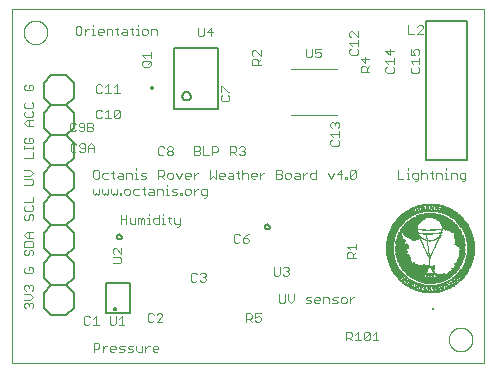
<source format=gto>
G75*
%MOIN*%
%OFA0B0*%
%FSLAX25Y25*%
%IPPOS*%
%LPD*%
%AMOC8*
5,1,8,0,0,1.08239X$1,22.5*
%
%ADD10C,0.00000*%
%ADD11C,0.00300*%
%ADD12R,0.03400X0.00100*%
%ADD13R,0.04800X0.00100*%
%ADD14R,0.05900X0.00100*%
%ADD15R,0.06800X0.00100*%
%ADD16R,0.07600X0.00100*%
%ADD17R,0.00100X0.00100*%
%ADD18R,0.00900X0.00100*%
%ADD19R,0.03200X0.00100*%
%ADD20R,0.03000X0.00100*%
%ADD21R,0.00400X0.00100*%
%ADD22R,0.00700X0.00100*%
%ADD23R,0.00500X0.00100*%
%ADD24R,0.02700X0.00100*%
%ADD25R,0.02300X0.00100*%
%ADD26R,0.00200X0.00100*%
%ADD27R,0.00600X0.00100*%
%ADD28R,0.02400X0.00100*%
%ADD29R,0.02200X0.00100*%
%ADD30R,0.02600X0.00100*%
%ADD31R,0.00300X0.00100*%
%ADD32R,0.01900X0.00100*%
%ADD33R,0.01800X0.00100*%
%ADD34R,0.00800X0.00100*%
%ADD35R,0.02000X0.00100*%
%ADD36R,0.01500X0.00100*%
%ADD37R,0.01600X0.00100*%
%ADD38R,0.01400X0.00100*%
%ADD39R,0.01100X0.00100*%
%ADD40R,0.01700X0.00100*%
%ADD41R,0.01300X0.00100*%
%ADD42R,0.01200X0.00100*%
%ADD43R,0.03700X0.00100*%
%ADD44R,0.05500X0.00100*%
%ADD45R,0.01000X0.00100*%
%ADD46R,0.08000X0.00100*%
%ADD47R,0.02100X0.00100*%
%ADD48R,0.02900X0.00100*%
%ADD49R,0.04200X0.00100*%
%ADD50R,0.05200X0.00100*%
%ADD51R,0.06000X0.00100*%
%ADD52R,0.06700X0.00100*%
%ADD53R,0.07400X0.00100*%
%ADD54R,0.08500X0.00100*%
%ADD55R,0.09000X0.00100*%
%ADD56R,0.09500X0.00100*%
%ADD57R,0.09900X0.00100*%
%ADD58R,0.10300X0.00100*%
%ADD59R,0.10700X0.00100*%
%ADD60R,0.11100X0.00100*%
%ADD61R,0.11500X0.00100*%
%ADD62R,0.11800X0.00100*%
%ADD63R,0.12200X0.00100*%
%ADD64R,0.12500X0.00100*%
%ADD65R,0.04100X0.00100*%
%ADD66R,0.08600X0.00100*%
%ADD67R,0.04500X0.00100*%
%ADD68R,0.04400X0.00100*%
%ADD69R,0.04600X0.00100*%
%ADD70R,0.04900X0.00100*%
%ADD71R,0.05100X0.00100*%
%ADD72R,0.05000X0.00100*%
%ADD73R,0.03500X0.00100*%
%ADD74R,0.05400X0.00100*%
%ADD75R,0.05600X0.00100*%
%ADD76R,0.05800X0.00100*%
%ADD77R,0.02800X0.00100*%
%ADD78R,0.06100X0.00100*%
%ADD79R,0.03300X0.00100*%
%ADD80R,0.06300X0.00100*%
%ADD81R,0.06400X0.00100*%
%ADD82R,0.06600X0.00100*%
%ADD83R,0.06900X0.00100*%
%ADD84R,0.07100X0.00100*%
%ADD85R,0.03100X0.00100*%
%ADD86R,0.07200X0.00100*%
%ADD87R,0.02500X0.00100*%
%ADD88R,0.07700X0.00100*%
%ADD89R,0.07900X0.00100*%
%ADD90R,0.08100X0.00100*%
%ADD91R,0.08200X0.00100*%
%ADD92R,0.08300X0.00100*%
%ADD93R,0.08400X0.00100*%
%ADD94R,0.08800X0.00100*%
%ADD95R,0.09200X0.00100*%
%ADD96R,0.09300X0.00100*%
%ADD97R,0.09400X0.00100*%
%ADD98R,0.09600X0.00100*%
%ADD99R,0.11300X0.00100*%
%ADD100R,0.11400X0.00100*%
%ADD101R,0.10500X0.00100*%
%ADD102R,0.10100X0.00100*%
%ADD103R,0.10200X0.00100*%
%ADD104R,0.06500X0.00100*%
%ADD105R,0.06200X0.00100*%
%ADD106R,0.04700X0.00100*%
%ADD107R,0.03900X0.00100*%
%ADD108R,0.03600X0.00100*%
%ADD109R,0.04000X0.00100*%
%ADD110R,0.04300X0.00100*%
%ADD111R,0.05300X0.00100*%
%ADD112R,0.07000X0.00100*%
%ADD113R,0.05700X0.00100*%
%ADD114R,0.03800X0.00100*%
%ADD115C,0.00600*%
%ADD116C,0.00400*%
%ADD117C,0.00500*%
%ADD118C,0.01378*%
%ADD119R,0.00984X0.00984*%
D10*
X0001600Y0001600D02*
X0001600Y0119710D01*
X0159080Y0119710D01*
X0159080Y0001600D01*
X0001600Y0001600D01*
X0005537Y0111836D02*
X0005539Y0111961D01*
X0005545Y0112086D01*
X0005555Y0112210D01*
X0005569Y0112334D01*
X0005586Y0112458D01*
X0005608Y0112581D01*
X0005634Y0112703D01*
X0005663Y0112825D01*
X0005696Y0112945D01*
X0005734Y0113064D01*
X0005774Y0113183D01*
X0005819Y0113299D01*
X0005867Y0113414D01*
X0005919Y0113528D01*
X0005975Y0113640D01*
X0006034Y0113750D01*
X0006096Y0113858D01*
X0006162Y0113965D01*
X0006231Y0114069D01*
X0006304Y0114170D01*
X0006379Y0114270D01*
X0006458Y0114367D01*
X0006540Y0114461D01*
X0006625Y0114553D01*
X0006712Y0114642D01*
X0006803Y0114728D01*
X0006896Y0114811D01*
X0006992Y0114892D01*
X0007090Y0114969D01*
X0007190Y0115043D01*
X0007293Y0115114D01*
X0007398Y0115181D01*
X0007506Y0115246D01*
X0007615Y0115306D01*
X0007726Y0115364D01*
X0007839Y0115417D01*
X0007953Y0115467D01*
X0008069Y0115514D01*
X0008186Y0115556D01*
X0008305Y0115595D01*
X0008425Y0115631D01*
X0008546Y0115662D01*
X0008668Y0115690D01*
X0008790Y0115713D01*
X0008914Y0115733D01*
X0009038Y0115749D01*
X0009162Y0115761D01*
X0009287Y0115769D01*
X0009412Y0115773D01*
X0009536Y0115773D01*
X0009661Y0115769D01*
X0009786Y0115761D01*
X0009910Y0115749D01*
X0010034Y0115733D01*
X0010158Y0115713D01*
X0010280Y0115690D01*
X0010402Y0115662D01*
X0010523Y0115631D01*
X0010643Y0115595D01*
X0010762Y0115556D01*
X0010879Y0115514D01*
X0010995Y0115467D01*
X0011109Y0115417D01*
X0011222Y0115364D01*
X0011333Y0115306D01*
X0011443Y0115246D01*
X0011550Y0115181D01*
X0011655Y0115114D01*
X0011758Y0115043D01*
X0011858Y0114969D01*
X0011956Y0114892D01*
X0012052Y0114811D01*
X0012145Y0114728D01*
X0012236Y0114642D01*
X0012323Y0114553D01*
X0012408Y0114461D01*
X0012490Y0114367D01*
X0012569Y0114270D01*
X0012644Y0114170D01*
X0012717Y0114069D01*
X0012786Y0113965D01*
X0012852Y0113858D01*
X0012914Y0113750D01*
X0012973Y0113640D01*
X0013029Y0113528D01*
X0013081Y0113414D01*
X0013129Y0113299D01*
X0013174Y0113183D01*
X0013214Y0113064D01*
X0013252Y0112945D01*
X0013285Y0112825D01*
X0013314Y0112703D01*
X0013340Y0112581D01*
X0013362Y0112458D01*
X0013379Y0112334D01*
X0013393Y0112210D01*
X0013403Y0112086D01*
X0013409Y0111961D01*
X0013411Y0111836D01*
X0013409Y0111711D01*
X0013403Y0111586D01*
X0013393Y0111462D01*
X0013379Y0111338D01*
X0013362Y0111214D01*
X0013340Y0111091D01*
X0013314Y0110969D01*
X0013285Y0110847D01*
X0013252Y0110727D01*
X0013214Y0110608D01*
X0013174Y0110489D01*
X0013129Y0110373D01*
X0013081Y0110258D01*
X0013029Y0110144D01*
X0012973Y0110032D01*
X0012914Y0109922D01*
X0012852Y0109814D01*
X0012786Y0109707D01*
X0012717Y0109603D01*
X0012644Y0109502D01*
X0012569Y0109402D01*
X0012490Y0109305D01*
X0012408Y0109211D01*
X0012323Y0109119D01*
X0012236Y0109030D01*
X0012145Y0108944D01*
X0012052Y0108861D01*
X0011956Y0108780D01*
X0011858Y0108703D01*
X0011758Y0108629D01*
X0011655Y0108558D01*
X0011550Y0108491D01*
X0011442Y0108426D01*
X0011333Y0108366D01*
X0011222Y0108308D01*
X0011109Y0108255D01*
X0010995Y0108205D01*
X0010879Y0108158D01*
X0010762Y0108116D01*
X0010643Y0108077D01*
X0010523Y0108041D01*
X0010402Y0108010D01*
X0010280Y0107982D01*
X0010158Y0107959D01*
X0010034Y0107939D01*
X0009910Y0107923D01*
X0009786Y0107911D01*
X0009661Y0107903D01*
X0009536Y0107899D01*
X0009412Y0107899D01*
X0009287Y0107903D01*
X0009162Y0107911D01*
X0009038Y0107923D01*
X0008914Y0107939D01*
X0008790Y0107959D01*
X0008668Y0107982D01*
X0008546Y0108010D01*
X0008425Y0108041D01*
X0008305Y0108077D01*
X0008186Y0108116D01*
X0008069Y0108158D01*
X0007953Y0108205D01*
X0007839Y0108255D01*
X0007726Y0108308D01*
X0007615Y0108366D01*
X0007505Y0108426D01*
X0007398Y0108491D01*
X0007293Y0108558D01*
X0007190Y0108629D01*
X0007090Y0108703D01*
X0006992Y0108780D01*
X0006896Y0108861D01*
X0006803Y0108944D01*
X0006712Y0109030D01*
X0006625Y0109119D01*
X0006540Y0109211D01*
X0006458Y0109305D01*
X0006379Y0109402D01*
X0006304Y0109502D01*
X0006231Y0109603D01*
X0006162Y0109707D01*
X0006096Y0109814D01*
X0006034Y0109922D01*
X0005975Y0110032D01*
X0005919Y0110144D01*
X0005867Y0110258D01*
X0005819Y0110373D01*
X0005774Y0110489D01*
X0005734Y0110608D01*
X0005696Y0110727D01*
X0005663Y0110847D01*
X0005634Y0110969D01*
X0005608Y0111091D01*
X0005586Y0111214D01*
X0005569Y0111338D01*
X0005555Y0111462D01*
X0005545Y0111586D01*
X0005539Y0111711D01*
X0005537Y0111836D01*
X0147269Y0009474D02*
X0147271Y0009599D01*
X0147277Y0009724D01*
X0147287Y0009848D01*
X0147301Y0009972D01*
X0147318Y0010096D01*
X0147340Y0010219D01*
X0147366Y0010341D01*
X0147395Y0010463D01*
X0147428Y0010583D01*
X0147466Y0010702D01*
X0147506Y0010821D01*
X0147551Y0010937D01*
X0147599Y0011052D01*
X0147651Y0011166D01*
X0147707Y0011278D01*
X0147766Y0011388D01*
X0147828Y0011496D01*
X0147894Y0011603D01*
X0147963Y0011707D01*
X0148036Y0011808D01*
X0148111Y0011908D01*
X0148190Y0012005D01*
X0148272Y0012099D01*
X0148357Y0012191D01*
X0148444Y0012280D01*
X0148535Y0012366D01*
X0148628Y0012449D01*
X0148724Y0012530D01*
X0148822Y0012607D01*
X0148922Y0012681D01*
X0149025Y0012752D01*
X0149130Y0012819D01*
X0149238Y0012884D01*
X0149347Y0012944D01*
X0149458Y0013002D01*
X0149571Y0013055D01*
X0149685Y0013105D01*
X0149801Y0013152D01*
X0149918Y0013194D01*
X0150037Y0013233D01*
X0150157Y0013269D01*
X0150278Y0013300D01*
X0150400Y0013328D01*
X0150522Y0013351D01*
X0150646Y0013371D01*
X0150770Y0013387D01*
X0150894Y0013399D01*
X0151019Y0013407D01*
X0151144Y0013411D01*
X0151268Y0013411D01*
X0151393Y0013407D01*
X0151518Y0013399D01*
X0151642Y0013387D01*
X0151766Y0013371D01*
X0151890Y0013351D01*
X0152012Y0013328D01*
X0152134Y0013300D01*
X0152255Y0013269D01*
X0152375Y0013233D01*
X0152494Y0013194D01*
X0152611Y0013152D01*
X0152727Y0013105D01*
X0152841Y0013055D01*
X0152954Y0013002D01*
X0153065Y0012944D01*
X0153175Y0012884D01*
X0153282Y0012819D01*
X0153387Y0012752D01*
X0153490Y0012681D01*
X0153590Y0012607D01*
X0153688Y0012530D01*
X0153784Y0012449D01*
X0153877Y0012366D01*
X0153968Y0012280D01*
X0154055Y0012191D01*
X0154140Y0012099D01*
X0154222Y0012005D01*
X0154301Y0011908D01*
X0154376Y0011808D01*
X0154449Y0011707D01*
X0154518Y0011603D01*
X0154584Y0011496D01*
X0154646Y0011388D01*
X0154705Y0011278D01*
X0154761Y0011166D01*
X0154813Y0011052D01*
X0154861Y0010937D01*
X0154906Y0010821D01*
X0154946Y0010702D01*
X0154984Y0010583D01*
X0155017Y0010463D01*
X0155046Y0010341D01*
X0155072Y0010219D01*
X0155094Y0010096D01*
X0155111Y0009972D01*
X0155125Y0009848D01*
X0155135Y0009724D01*
X0155141Y0009599D01*
X0155143Y0009474D01*
X0155141Y0009349D01*
X0155135Y0009224D01*
X0155125Y0009100D01*
X0155111Y0008976D01*
X0155094Y0008852D01*
X0155072Y0008729D01*
X0155046Y0008607D01*
X0155017Y0008485D01*
X0154984Y0008365D01*
X0154946Y0008246D01*
X0154906Y0008127D01*
X0154861Y0008011D01*
X0154813Y0007896D01*
X0154761Y0007782D01*
X0154705Y0007670D01*
X0154646Y0007560D01*
X0154584Y0007452D01*
X0154518Y0007345D01*
X0154449Y0007241D01*
X0154376Y0007140D01*
X0154301Y0007040D01*
X0154222Y0006943D01*
X0154140Y0006849D01*
X0154055Y0006757D01*
X0153968Y0006668D01*
X0153877Y0006582D01*
X0153784Y0006499D01*
X0153688Y0006418D01*
X0153590Y0006341D01*
X0153490Y0006267D01*
X0153387Y0006196D01*
X0153282Y0006129D01*
X0153174Y0006064D01*
X0153065Y0006004D01*
X0152954Y0005946D01*
X0152841Y0005893D01*
X0152727Y0005843D01*
X0152611Y0005796D01*
X0152494Y0005754D01*
X0152375Y0005715D01*
X0152255Y0005679D01*
X0152134Y0005648D01*
X0152012Y0005620D01*
X0151890Y0005597D01*
X0151766Y0005577D01*
X0151642Y0005561D01*
X0151518Y0005549D01*
X0151393Y0005541D01*
X0151268Y0005537D01*
X0151144Y0005537D01*
X0151019Y0005541D01*
X0150894Y0005549D01*
X0150770Y0005561D01*
X0150646Y0005577D01*
X0150522Y0005597D01*
X0150400Y0005620D01*
X0150278Y0005648D01*
X0150157Y0005679D01*
X0150037Y0005715D01*
X0149918Y0005754D01*
X0149801Y0005796D01*
X0149685Y0005843D01*
X0149571Y0005893D01*
X0149458Y0005946D01*
X0149347Y0006004D01*
X0149237Y0006064D01*
X0149130Y0006129D01*
X0149025Y0006196D01*
X0148922Y0006267D01*
X0148822Y0006341D01*
X0148724Y0006418D01*
X0148628Y0006499D01*
X0148535Y0006582D01*
X0148444Y0006668D01*
X0148357Y0006757D01*
X0148272Y0006849D01*
X0148190Y0006943D01*
X0148111Y0007040D01*
X0148036Y0007140D01*
X0147963Y0007241D01*
X0147894Y0007345D01*
X0147828Y0007452D01*
X0147766Y0007560D01*
X0147707Y0007670D01*
X0147651Y0007782D01*
X0147599Y0007896D01*
X0147551Y0008011D01*
X0147506Y0008127D01*
X0147466Y0008246D01*
X0147428Y0008365D01*
X0147395Y0008485D01*
X0147366Y0008607D01*
X0147340Y0008729D01*
X0147318Y0008852D01*
X0147301Y0008976D01*
X0147287Y0009100D01*
X0147277Y0009224D01*
X0147271Y0009349D01*
X0147269Y0009474D01*
D11*
X0123798Y0009155D02*
X0121863Y0009155D01*
X0122830Y0009155D02*
X0122830Y0012057D01*
X0121863Y0011090D01*
X0120851Y0011573D02*
X0118916Y0009638D01*
X0119400Y0009155D01*
X0120367Y0009155D01*
X0120851Y0009638D01*
X0120851Y0011573D01*
X0120367Y0012057D01*
X0119400Y0012057D01*
X0118916Y0011573D01*
X0118916Y0009638D01*
X0117904Y0009155D02*
X0115970Y0009155D01*
X0116937Y0009155D02*
X0116937Y0012057D01*
X0115970Y0011090D01*
X0114958Y0011573D02*
X0114958Y0010606D01*
X0114474Y0010122D01*
X0113023Y0010122D01*
X0113023Y0009155D02*
X0113023Y0012057D01*
X0114474Y0012057D01*
X0114958Y0011573D01*
X0113990Y0010122D02*
X0114958Y0009155D01*
X0114259Y0021639D02*
X0114259Y0023574D01*
X0114259Y0022606D02*
X0115227Y0023574D01*
X0115710Y0023574D01*
X0113248Y0023090D02*
X0113248Y0022123D01*
X0112764Y0021639D01*
X0111796Y0021639D01*
X0111313Y0022123D01*
X0111313Y0023090D01*
X0111796Y0023574D01*
X0112764Y0023574D01*
X0113248Y0023090D01*
X0110301Y0023574D02*
X0108850Y0023574D01*
X0108366Y0023090D01*
X0108850Y0022606D01*
X0109817Y0022606D01*
X0110301Y0022123D01*
X0109817Y0021639D01*
X0108366Y0021639D01*
X0107355Y0021639D02*
X0107355Y0023090D01*
X0106871Y0023574D01*
X0105420Y0023574D01*
X0105420Y0021639D01*
X0104408Y0022606D02*
X0102473Y0022606D01*
X0102473Y0022123D02*
X0102473Y0023090D01*
X0102957Y0023574D01*
X0103924Y0023574D01*
X0104408Y0023090D01*
X0104408Y0022606D01*
X0103924Y0021639D02*
X0102957Y0021639D01*
X0102473Y0022123D01*
X0101462Y0022123D02*
X0100978Y0022606D01*
X0100010Y0022606D01*
X0099527Y0023090D01*
X0100010Y0023574D01*
X0101462Y0023574D01*
X0101462Y0022123D02*
X0100978Y0021639D01*
X0099527Y0021639D01*
X0095569Y0022606D02*
X0095569Y0024541D01*
X0093634Y0024541D02*
X0093634Y0022606D01*
X0094601Y0021639D01*
X0095569Y0022606D01*
X0092622Y0022123D02*
X0092622Y0024541D01*
X0090687Y0024541D02*
X0090687Y0022123D01*
X0091171Y0021639D01*
X0092138Y0021639D01*
X0092622Y0022123D01*
X0084506Y0018241D02*
X0082571Y0018241D01*
X0082571Y0016790D01*
X0083538Y0017274D01*
X0084022Y0017274D01*
X0084506Y0016790D01*
X0084506Y0015823D01*
X0084022Y0015339D01*
X0083054Y0015339D01*
X0082571Y0015823D01*
X0081559Y0015339D02*
X0080591Y0016306D01*
X0081075Y0016306D02*
X0079624Y0016306D01*
X0079624Y0015339D02*
X0079624Y0018241D01*
X0081075Y0018241D01*
X0081559Y0017758D01*
X0081559Y0016790D01*
X0081075Y0016306D01*
X0066212Y0029223D02*
X0065729Y0028739D01*
X0064761Y0028739D01*
X0064277Y0029223D01*
X0063266Y0029223D02*
X0062782Y0028739D01*
X0061815Y0028739D01*
X0061331Y0029223D01*
X0061331Y0031158D01*
X0061815Y0031641D01*
X0062782Y0031641D01*
X0063266Y0031158D01*
X0064277Y0031158D02*
X0064761Y0031641D01*
X0065729Y0031641D01*
X0066212Y0031158D01*
X0066212Y0030674D01*
X0065729Y0030190D01*
X0066212Y0029706D01*
X0066212Y0029223D01*
X0065729Y0030190D02*
X0065245Y0030190D01*
X0051806Y0017758D02*
X0051322Y0018241D01*
X0050354Y0018241D01*
X0049871Y0017758D01*
X0048859Y0017758D02*
X0048375Y0018241D01*
X0047408Y0018241D01*
X0046924Y0017758D01*
X0046924Y0015823D01*
X0047408Y0015339D01*
X0048375Y0015339D01*
X0048859Y0015823D01*
X0049871Y0015339D02*
X0051806Y0017274D01*
X0051806Y0017758D01*
X0051806Y0015339D02*
X0049871Y0015339D01*
X0049982Y0007374D02*
X0050465Y0006890D01*
X0050465Y0006406D01*
X0048530Y0006406D01*
X0048530Y0005923D02*
X0048530Y0006890D01*
X0049014Y0007374D01*
X0049982Y0007374D01*
X0047526Y0007374D02*
X0047043Y0007374D01*
X0046075Y0006406D01*
X0046075Y0005439D02*
X0046075Y0007374D01*
X0045063Y0007374D02*
X0045063Y0005439D01*
X0043612Y0005439D01*
X0043129Y0005923D01*
X0043129Y0007374D01*
X0042117Y0007374D02*
X0040666Y0007374D01*
X0040182Y0006890D01*
X0040666Y0006406D01*
X0041633Y0006406D01*
X0042117Y0005923D01*
X0041633Y0005439D01*
X0040182Y0005439D01*
X0039170Y0005923D02*
X0038687Y0006406D01*
X0037719Y0006406D01*
X0037235Y0006890D01*
X0037719Y0007374D01*
X0039170Y0007374D01*
X0036224Y0006890D02*
X0036224Y0006406D01*
X0034289Y0006406D01*
X0034289Y0005923D02*
X0034289Y0006890D01*
X0034773Y0007374D01*
X0035740Y0007374D01*
X0036224Y0006890D01*
X0035740Y0005439D02*
X0034773Y0005439D01*
X0034289Y0005923D01*
X0032801Y0007374D02*
X0031834Y0006406D01*
X0031834Y0005439D02*
X0031834Y0007374D01*
X0032801Y0007374D02*
X0033285Y0007374D01*
X0030822Y0007858D02*
X0030822Y0006890D01*
X0030338Y0006406D01*
X0028887Y0006406D01*
X0028887Y0005439D02*
X0028887Y0008341D01*
X0030338Y0008341D01*
X0030822Y0007858D01*
X0037235Y0005439D02*
X0038687Y0005439D01*
X0039170Y0005923D01*
X0048530Y0005923D02*
X0049014Y0005439D01*
X0049982Y0005439D01*
X0039159Y0014439D02*
X0037224Y0014439D01*
X0038191Y0014439D02*
X0038191Y0017341D01*
X0037224Y0016374D01*
X0036212Y0017341D02*
X0036212Y0014923D01*
X0035729Y0014439D01*
X0034761Y0014439D01*
X0034277Y0014923D01*
X0034277Y0017341D01*
X0029538Y0017341D02*
X0029538Y0014439D01*
X0028571Y0014439D02*
X0030506Y0014439D01*
X0028571Y0016374D02*
X0029538Y0017341D01*
X0027559Y0016858D02*
X0027075Y0017341D01*
X0026108Y0017341D01*
X0025624Y0016858D01*
X0025624Y0014923D01*
X0026108Y0014439D01*
X0027075Y0014439D01*
X0027559Y0014923D01*
X0008724Y0020308D02*
X0008240Y0019824D01*
X0008724Y0020308D02*
X0008724Y0021275D01*
X0008240Y0021759D01*
X0007757Y0021759D01*
X0007273Y0021275D01*
X0007273Y0020791D01*
X0007273Y0021275D02*
X0006789Y0021759D01*
X0006305Y0021759D01*
X0005822Y0021275D01*
X0005822Y0020308D01*
X0006305Y0019824D01*
X0005822Y0022771D02*
X0007757Y0022771D01*
X0008724Y0023738D01*
X0007757Y0024706D01*
X0005822Y0024706D01*
X0006305Y0025717D02*
X0005822Y0026201D01*
X0005822Y0027168D01*
X0006305Y0027652D01*
X0006789Y0027652D01*
X0007273Y0027168D01*
X0007757Y0027652D01*
X0008240Y0027652D01*
X0008724Y0027168D01*
X0008724Y0026201D01*
X0008240Y0025717D01*
X0007273Y0026685D02*
X0007273Y0027168D01*
X0006305Y0031610D02*
X0008240Y0031610D01*
X0008724Y0032094D01*
X0008724Y0033061D01*
X0008240Y0033545D01*
X0007273Y0033545D01*
X0007273Y0032578D01*
X0006305Y0033545D02*
X0005822Y0033061D01*
X0005822Y0032094D01*
X0006305Y0031610D01*
X0006305Y0037503D02*
X0006789Y0037503D01*
X0007273Y0037987D01*
X0007273Y0038954D01*
X0007757Y0039438D01*
X0008240Y0039438D01*
X0008724Y0038954D01*
X0008724Y0037987D01*
X0008240Y0037503D01*
X0006305Y0037503D02*
X0005822Y0037987D01*
X0005822Y0038954D01*
X0006305Y0039438D01*
X0005822Y0040450D02*
X0005822Y0041901D01*
X0006305Y0042385D01*
X0008240Y0042385D01*
X0008724Y0041901D01*
X0008724Y0040450D01*
X0005822Y0040450D01*
X0006789Y0043396D02*
X0005822Y0044364D01*
X0006789Y0045331D01*
X0008724Y0045331D01*
X0007273Y0045331D02*
X0007273Y0043396D01*
X0006789Y0043396D02*
X0008724Y0043396D01*
X0008240Y0049289D02*
X0008724Y0049773D01*
X0008724Y0050740D01*
X0008240Y0051224D01*
X0007757Y0051224D01*
X0007273Y0050740D01*
X0007273Y0049773D01*
X0006789Y0049289D01*
X0006305Y0049289D01*
X0005822Y0049773D01*
X0005822Y0050740D01*
X0006305Y0051224D01*
X0006305Y0052236D02*
X0008240Y0052236D01*
X0008724Y0052719D01*
X0008724Y0053687D01*
X0008240Y0054171D01*
X0008724Y0055182D02*
X0008724Y0057117D01*
X0008724Y0055182D02*
X0005822Y0055182D01*
X0006305Y0054171D02*
X0005822Y0053687D01*
X0005822Y0052719D01*
X0006305Y0052236D01*
X0005822Y0061075D02*
X0008240Y0061075D01*
X0008724Y0061559D01*
X0008724Y0062527D01*
X0008240Y0063010D01*
X0005822Y0063010D01*
X0005822Y0064022D02*
X0007757Y0064022D01*
X0008724Y0064989D01*
X0007757Y0065957D01*
X0005822Y0065957D01*
X0005822Y0069915D02*
X0008724Y0069915D01*
X0008724Y0071850D01*
X0008724Y0072861D02*
X0008724Y0073829D01*
X0008724Y0073345D02*
X0005822Y0073345D01*
X0005822Y0072861D02*
X0005822Y0073829D01*
X0006305Y0074826D02*
X0008240Y0074826D01*
X0008724Y0075309D01*
X0008724Y0076277D01*
X0008240Y0076761D01*
X0007273Y0076761D01*
X0007273Y0075793D01*
X0006305Y0074826D02*
X0005822Y0075309D01*
X0005822Y0076277D01*
X0006305Y0076761D01*
X0006789Y0080719D02*
X0005822Y0081686D01*
X0006789Y0082654D01*
X0008724Y0082654D01*
X0008240Y0083665D02*
X0008724Y0084149D01*
X0008724Y0085116D01*
X0008240Y0085600D01*
X0008240Y0086612D02*
X0008724Y0087095D01*
X0008724Y0088063D01*
X0008240Y0088547D01*
X0008240Y0086612D02*
X0006305Y0086612D01*
X0005822Y0087095D01*
X0005822Y0088063D01*
X0006305Y0088547D01*
X0006305Y0085600D02*
X0005822Y0085116D01*
X0005822Y0084149D01*
X0006305Y0083665D01*
X0008240Y0083665D01*
X0007273Y0082654D02*
X0007273Y0080719D01*
X0006789Y0080719D02*
X0008724Y0080719D01*
X0020924Y0081258D02*
X0020924Y0079323D01*
X0021408Y0078839D01*
X0022375Y0078839D01*
X0022859Y0079323D01*
X0023871Y0079323D02*
X0024354Y0078839D01*
X0025322Y0078839D01*
X0025806Y0079323D01*
X0025806Y0081258D01*
X0025322Y0081741D01*
X0024354Y0081741D01*
X0023871Y0081258D01*
X0023871Y0080774D01*
X0024354Y0080290D01*
X0025806Y0080290D01*
X0026817Y0080290D02*
X0028268Y0080290D01*
X0028752Y0079806D01*
X0028752Y0079323D01*
X0028268Y0078839D01*
X0026817Y0078839D01*
X0026817Y0081741D01*
X0028268Y0081741D01*
X0028752Y0081258D01*
X0028752Y0080774D01*
X0028268Y0080290D01*
X0030168Y0083239D02*
X0031136Y0083239D01*
X0031619Y0083723D01*
X0032631Y0083239D02*
X0034566Y0083239D01*
X0033598Y0083239D02*
X0033598Y0086141D01*
X0032631Y0085174D01*
X0031619Y0085658D02*
X0031136Y0086141D01*
X0030168Y0086141D01*
X0029684Y0085658D01*
X0029684Y0083723D01*
X0030168Y0083239D01*
X0035577Y0083723D02*
X0037512Y0085658D01*
X0037512Y0083723D01*
X0037029Y0083239D01*
X0036061Y0083239D01*
X0035577Y0083723D01*
X0035577Y0085658D01*
X0036061Y0086141D01*
X0037029Y0086141D01*
X0037512Y0085658D01*
X0037512Y0091639D02*
X0035577Y0091639D01*
X0036545Y0091639D02*
X0036545Y0094541D01*
X0035577Y0093574D01*
X0033598Y0094541D02*
X0033598Y0091639D01*
X0032631Y0091639D02*
X0034566Y0091639D01*
X0032631Y0093574D02*
X0033598Y0094541D01*
X0031619Y0094058D02*
X0031136Y0094541D01*
X0030168Y0094541D01*
X0029684Y0094058D01*
X0029684Y0092123D01*
X0030168Y0091639D01*
X0031136Y0091639D01*
X0031619Y0092123D01*
X0022375Y0081741D02*
X0021408Y0081741D01*
X0020924Y0081258D01*
X0022375Y0081741D02*
X0022859Y0081258D01*
X0022636Y0074841D02*
X0021668Y0074841D01*
X0021184Y0074358D01*
X0021184Y0072423D01*
X0021668Y0071939D01*
X0022636Y0071939D01*
X0023119Y0072423D01*
X0024131Y0072423D02*
X0024615Y0071939D01*
X0025582Y0071939D01*
X0026066Y0072423D01*
X0026066Y0074358D01*
X0025582Y0074841D01*
X0024615Y0074841D01*
X0024131Y0074358D01*
X0024131Y0073874D01*
X0024615Y0073390D01*
X0026066Y0073390D01*
X0027077Y0073390D02*
X0029012Y0073390D01*
X0029012Y0073874D02*
X0029012Y0071939D01*
X0027077Y0071939D02*
X0027077Y0073874D01*
X0028045Y0074841D01*
X0029012Y0073874D01*
X0023119Y0074358D02*
X0022636Y0074841D01*
X0029308Y0066041D02*
X0028824Y0065558D01*
X0028824Y0063623D01*
X0029308Y0063139D01*
X0030275Y0063139D01*
X0030759Y0063623D01*
X0030759Y0065558D01*
X0030275Y0066041D01*
X0029308Y0066041D01*
X0031771Y0064590D02*
X0031771Y0063623D01*
X0032254Y0063139D01*
X0033706Y0063139D01*
X0035201Y0063623D02*
X0035685Y0063139D01*
X0035201Y0063623D02*
X0035201Y0065558D01*
X0034717Y0065074D02*
X0035685Y0065074D01*
X0037165Y0065074D02*
X0038133Y0065074D01*
X0038616Y0064590D01*
X0038616Y0063139D01*
X0037165Y0063139D01*
X0036681Y0063623D01*
X0037165Y0064106D01*
X0038616Y0064106D01*
X0039628Y0063139D02*
X0039628Y0065074D01*
X0041079Y0065074D01*
X0041563Y0064590D01*
X0041563Y0063139D01*
X0042574Y0063139D02*
X0043542Y0063139D01*
X0043058Y0063139D02*
X0043058Y0065074D01*
X0042574Y0065074D01*
X0043058Y0066041D02*
X0043058Y0066525D01*
X0044539Y0064590D02*
X0045023Y0065074D01*
X0046474Y0065074D01*
X0045990Y0064106D02*
X0045023Y0064106D01*
X0044539Y0064590D01*
X0044539Y0063139D02*
X0045990Y0063139D01*
X0046474Y0063623D01*
X0045990Y0064106D01*
X0050432Y0064106D02*
X0051883Y0064106D01*
X0052367Y0064590D01*
X0052367Y0065558D01*
X0051883Y0066041D01*
X0050432Y0066041D01*
X0050432Y0063139D01*
X0051399Y0064106D02*
X0052367Y0063139D01*
X0053378Y0063623D02*
X0053862Y0063139D01*
X0054830Y0063139D01*
X0055313Y0063623D01*
X0055313Y0064590D01*
X0054830Y0065074D01*
X0053862Y0065074D01*
X0053378Y0064590D01*
X0053378Y0063623D01*
X0053371Y0061125D02*
X0053371Y0060641D01*
X0053371Y0059674D02*
X0053371Y0057739D01*
X0052887Y0057739D02*
X0053855Y0057739D01*
X0054852Y0057739D02*
X0056303Y0057739D01*
X0056787Y0058223D01*
X0056303Y0058706D01*
X0055335Y0058706D01*
X0054852Y0059190D01*
X0055335Y0059674D01*
X0056787Y0059674D01*
X0057798Y0058223D02*
X0058282Y0058223D01*
X0058282Y0057739D01*
X0057798Y0057739D01*
X0057798Y0058223D01*
X0059271Y0058223D02*
X0059271Y0059190D01*
X0059755Y0059674D01*
X0060723Y0059674D01*
X0061206Y0059190D01*
X0061206Y0058223D01*
X0060723Y0057739D01*
X0059755Y0057739D01*
X0059271Y0058223D01*
X0062218Y0058706D02*
X0063185Y0059674D01*
X0063669Y0059674D01*
X0064673Y0059190D02*
X0064673Y0058223D01*
X0065157Y0057739D01*
X0066608Y0057739D01*
X0066608Y0057255D02*
X0066608Y0059674D01*
X0065157Y0059674D01*
X0064673Y0059190D01*
X0062218Y0059674D02*
X0062218Y0057739D01*
X0065641Y0056771D02*
X0066125Y0056771D01*
X0066608Y0057255D01*
X0067620Y0063139D02*
X0068587Y0064106D01*
X0069555Y0063139D01*
X0069555Y0066041D01*
X0070566Y0064590D02*
X0071050Y0065074D01*
X0072018Y0065074D01*
X0072501Y0064590D01*
X0072501Y0064106D01*
X0070566Y0064106D01*
X0070566Y0063623D02*
X0070566Y0064590D01*
X0070566Y0063623D02*
X0071050Y0063139D01*
X0072018Y0063139D01*
X0073513Y0063623D02*
X0073997Y0064106D01*
X0075448Y0064106D01*
X0075448Y0064590D02*
X0075448Y0063139D01*
X0073997Y0063139D01*
X0073513Y0063623D01*
X0073997Y0065074D02*
X0074964Y0065074D01*
X0075448Y0064590D01*
X0076459Y0065074D02*
X0077427Y0065074D01*
X0076943Y0065558D02*
X0076943Y0063623D01*
X0077427Y0063139D01*
X0078424Y0063139D02*
X0078424Y0066041D01*
X0078907Y0065074D02*
X0079875Y0065074D01*
X0080359Y0064590D01*
X0080359Y0063139D01*
X0081370Y0063623D02*
X0081370Y0064590D01*
X0081854Y0065074D01*
X0082821Y0065074D01*
X0083305Y0064590D01*
X0083305Y0064106D01*
X0081370Y0064106D01*
X0081370Y0063623D02*
X0081854Y0063139D01*
X0082821Y0063139D01*
X0084317Y0063139D02*
X0084317Y0065074D01*
X0085284Y0065074D02*
X0084317Y0064106D01*
X0085284Y0065074D02*
X0085768Y0065074D01*
X0089719Y0064590D02*
X0091170Y0064590D01*
X0091654Y0064106D01*
X0091654Y0063623D01*
X0091170Y0063139D01*
X0089719Y0063139D01*
X0089719Y0066041D01*
X0091170Y0066041D01*
X0091654Y0065558D01*
X0091654Y0065074D01*
X0091170Y0064590D01*
X0092665Y0064590D02*
X0092665Y0063623D01*
X0093149Y0063139D01*
X0094116Y0063139D01*
X0094600Y0063623D01*
X0094600Y0064590D01*
X0094116Y0065074D01*
X0093149Y0065074D01*
X0092665Y0064590D01*
X0095612Y0063623D02*
X0096095Y0064106D01*
X0097547Y0064106D01*
X0097547Y0064590D02*
X0097547Y0063139D01*
X0096095Y0063139D01*
X0095612Y0063623D01*
X0096095Y0065074D02*
X0097063Y0065074D01*
X0097547Y0064590D01*
X0098558Y0064106D02*
X0099526Y0065074D01*
X0100009Y0065074D01*
X0101014Y0064590D02*
X0101497Y0065074D01*
X0102949Y0065074D01*
X0102949Y0066041D02*
X0102949Y0063139D01*
X0101497Y0063139D01*
X0101014Y0063623D01*
X0101014Y0064590D01*
X0098558Y0065074D02*
X0098558Y0063139D01*
X0106907Y0065074D02*
X0107874Y0063139D01*
X0108842Y0065074D01*
X0109853Y0064590D02*
X0111788Y0064590D01*
X0112800Y0063623D02*
X0113284Y0063623D01*
X0113284Y0063139D01*
X0112800Y0063139D01*
X0112800Y0063623D01*
X0114273Y0063623D02*
X0116208Y0065558D01*
X0116208Y0063623D01*
X0115724Y0063139D01*
X0114757Y0063139D01*
X0114273Y0063623D01*
X0114273Y0065558D01*
X0114757Y0066041D01*
X0115724Y0066041D01*
X0116208Y0065558D01*
X0111304Y0066041D02*
X0111304Y0063139D01*
X0109853Y0064590D02*
X0111304Y0066041D01*
X0110214Y0074102D02*
X0108279Y0074102D01*
X0107796Y0074586D01*
X0107796Y0075553D01*
X0108279Y0076037D01*
X0108763Y0077048D02*
X0107796Y0078016D01*
X0110698Y0078016D01*
X0110698Y0078983D02*
X0110698Y0077048D01*
X0110214Y0076037D02*
X0110698Y0075553D01*
X0110698Y0074586D01*
X0110214Y0074102D01*
X0110214Y0079995D02*
X0110698Y0080479D01*
X0110698Y0081446D01*
X0110214Y0081930D01*
X0109731Y0081930D01*
X0109247Y0081446D01*
X0109247Y0080962D01*
X0109247Y0081446D02*
X0108763Y0081930D01*
X0108279Y0081930D01*
X0107796Y0081446D01*
X0107796Y0080479D01*
X0108279Y0079995D01*
X0130224Y0066041D02*
X0130224Y0063139D01*
X0132159Y0063139D01*
X0133171Y0063139D02*
X0134138Y0063139D01*
X0133654Y0063139D02*
X0133654Y0065074D01*
X0133171Y0065074D01*
X0133654Y0066041D02*
X0133654Y0066525D01*
X0135135Y0064590D02*
X0135135Y0063623D01*
X0135619Y0063139D01*
X0137070Y0063139D01*
X0137070Y0062655D02*
X0137070Y0065074D01*
X0135619Y0065074D01*
X0135135Y0064590D01*
X0136102Y0062171D02*
X0136586Y0062171D01*
X0137070Y0062655D01*
X0138081Y0063139D02*
X0138081Y0066041D01*
X0138565Y0065074D02*
X0139533Y0065074D01*
X0140016Y0064590D01*
X0140016Y0063139D01*
X0141512Y0063623D02*
X0141995Y0063139D01*
X0141512Y0063623D02*
X0141512Y0065558D01*
X0141995Y0065074D02*
X0141028Y0065074D01*
X0142992Y0065074D02*
X0142992Y0063139D01*
X0142992Y0065074D02*
X0144443Y0065074D01*
X0144927Y0064590D01*
X0144927Y0063139D01*
X0145939Y0063139D02*
X0146906Y0063139D01*
X0146423Y0063139D02*
X0146423Y0065074D01*
X0145939Y0065074D01*
X0146423Y0066041D02*
X0146423Y0066525D01*
X0147903Y0065074D02*
X0149354Y0065074D01*
X0149838Y0064590D01*
X0149838Y0063139D01*
X0150850Y0063623D02*
X0150850Y0064590D01*
X0151333Y0065074D01*
X0152785Y0065074D01*
X0152785Y0062655D01*
X0152301Y0062171D01*
X0151817Y0062171D01*
X0151333Y0063139D02*
X0152785Y0063139D01*
X0151333Y0063139D02*
X0150850Y0063623D01*
X0147903Y0063139D02*
X0147903Y0065074D01*
X0138565Y0065074D02*
X0138081Y0064590D01*
X0116224Y0041427D02*
X0116224Y0039492D01*
X0116224Y0040460D02*
X0113322Y0040460D01*
X0114289Y0039492D01*
X0113805Y0038481D02*
X0114773Y0038481D01*
X0115257Y0037997D01*
X0115257Y0036546D01*
X0116224Y0036546D02*
X0113322Y0036546D01*
X0113322Y0037997D01*
X0113805Y0038481D01*
X0115257Y0037513D02*
X0116224Y0038481D01*
X0093836Y0033168D02*
X0093836Y0032684D01*
X0093352Y0032200D01*
X0093836Y0031717D01*
X0093836Y0031233D01*
X0093352Y0030749D01*
X0092385Y0030749D01*
X0091901Y0031233D01*
X0090890Y0031233D02*
X0090890Y0033652D01*
X0091901Y0033168D02*
X0092385Y0033652D01*
X0093352Y0033652D01*
X0093836Y0033168D01*
X0093352Y0032200D02*
X0092869Y0032200D01*
X0090890Y0031233D02*
X0090406Y0030749D01*
X0089438Y0030749D01*
X0088955Y0031233D01*
X0088955Y0033652D01*
X0080506Y0042223D02*
X0080022Y0041739D01*
X0079054Y0041739D01*
X0078571Y0042223D01*
X0078571Y0043190D01*
X0080022Y0043190D01*
X0080506Y0042706D01*
X0080506Y0042223D01*
X0079538Y0044158D02*
X0078571Y0043190D01*
X0079538Y0044158D02*
X0080506Y0044641D01*
X0077559Y0044158D02*
X0077075Y0044641D01*
X0076108Y0044641D01*
X0075624Y0044158D01*
X0075624Y0042223D01*
X0076108Y0041739D01*
X0077075Y0041739D01*
X0077559Y0042223D01*
X0057501Y0047555D02*
X0057017Y0047071D01*
X0056534Y0047071D01*
X0057501Y0047555D02*
X0057501Y0049974D01*
X0055566Y0049974D02*
X0055566Y0048523D01*
X0056050Y0048039D01*
X0057501Y0048039D01*
X0054569Y0048039D02*
X0054086Y0048523D01*
X0054086Y0050458D01*
X0054569Y0049974D02*
X0053602Y0049974D01*
X0052121Y0049974D02*
X0052121Y0048039D01*
X0051637Y0048039D02*
X0052605Y0048039D01*
X0050626Y0048039D02*
X0050626Y0050941D01*
X0050626Y0049974D02*
X0049175Y0049974D01*
X0048691Y0049490D01*
X0048691Y0048523D01*
X0049175Y0048039D01*
X0050626Y0048039D01*
X0047694Y0048039D02*
X0046727Y0048039D01*
X0047210Y0048039D02*
X0047210Y0049974D01*
X0046727Y0049974D01*
X0047210Y0050941D02*
X0047210Y0051425D01*
X0045715Y0049490D02*
X0045231Y0049974D01*
X0044748Y0049490D01*
X0044748Y0048039D01*
X0045715Y0048039D02*
X0045715Y0049490D01*
X0044748Y0049490D02*
X0044264Y0049974D01*
X0043780Y0049974D01*
X0043780Y0048039D01*
X0042769Y0048039D02*
X0042769Y0049974D01*
X0042769Y0048039D02*
X0041317Y0048039D01*
X0040834Y0048523D01*
X0040834Y0049974D01*
X0039822Y0049490D02*
X0037887Y0049490D01*
X0037887Y0048039D02*
X0037887Y0050941D01*
X0039822Y0050941D02*
X0039822Y0048039D01*
X0038124Y0039820D02*
X0038124Y0037885D01*
X0036189Y0039820D01*
X0035705Y0039820D01*
X0035222Y0039337D01*
X0035222Y0038369D01*
X0035705Y0037885D01*
X0035222Y0036874D02*
X0037640Y0036874D01*
X0038124Y0036390D01*
X0038124Y0035423D01*
X0037640Y0034939D01*
X0035222Y0034939D01*
X0051637Y0049974D02*
X0052121Y0049974D01*
X0052121Y0050941D02*
X0052121Y0051425D01*
X0051876Y0057739D02*
X0051876Y0059190D01*
X0051392Y0059674D01*
X0049941Y0059674D01*
X0049941Y0057739D01*
X0048929Y0057739D02*
X0048929Y0059190D01*
X0048445Y0059674D01*
X0047478Y0059674D01*
X0047478Y0058706D02*
X0048929Y0058706D01*
X0048929Y0057739D02*
X0047478Y0057739D01*
X0046994Y0058223D01*
X0047478Y0058706D01*
X0045997Y0057739D02*
X0045514Y0058223D01*
X0045514Y0060158D01*
X0045997Y0059674D02*
X0045030Y0059674D01*
X0044018Y0059674D02*
X0042567Y0059674D01*
X0042083Y0059190D01*
X0042083Y0058223D01*
X0042567Y0057739D01*
X0044018Y0057739D01*
X0041072Y0058223D02*
X0041072Y0059190D01*
X0040588Y0059674D01*
X0039621Y0059674D01*
X0039137Y0059190D01*
X0039137Y0058223D01*
X0039621Y0057739D01*
X0040588Y0057739D01*
X0041072Y0058223D01*
X0038147Y0058223D02*
X0038147Y0057739D01*
X0037664Y0057739D01*
X0037664Y0058223D01*
X0038147Y0058223D01*
X0036652Y0058223D02*
X0036652Y0059674D01*
X0034717Y0059674D02*
X0034717Y0058223D01*
X0035201Y0057739D01*
X0035685Y0058223D01*
X0036168Y0057739D01*
X0036652Y0058223D01*
X0033706Y0058223D02*
X0033706Y0059674D01*
X0031771Y0059674D02*
X0031771Y0058223D01*
X0032254Y0057739D01*
X0032738Y0058223D01*
X0033222Y0057739D01*
X0033706Y0058223D01*
X0030759Y0058223D02*
X0030759Y0059674D01*
X0028824Y0059674D02*
X0028824Y0058223D01*
X0029308Y0057739D01*
X0029791Y0058223D01*
X0030275Y0057739D01*
X0030759Y0058223D01*
X0031771Y0064590D02*
X0032254Y0065074D01*
X0033706Y0065074D01*
X0050424Y0071423D02*
X0050908Y0070939D01*
X0051875Y0070939D01*
X0052359Y0071423D01*
X0053371Y0071423D02*
X0053371Y0071906D01*
X0053854Y0072390D01*
X0054822Y0072390D01*
X0055306Y0071906D01*
X0055306Y0071423D01*
X0054822Y0070939D01*
X0053854Y0070939D01*
X0053371Y0071423D01*
X0053854Y0072390D02*
X0053371Y0072874D01*
X0053371Y0073358D01*
X0053854Y0073841D01*
X0054822Y0073841D01*
X0055306Y0073358D01*
X0055306Y0072874D01*
X0054822Y0072390D01*
X0052359Y0073358D02*
X0051875Y0073841D01*
X0050908Y0073841D01*
X0050424Y0073358D01*
X0050424Y0071423D01*
X0056325Y0065074D02*
X0057292Y0063139D01*
X0058260Y0065074D01*
X0059271Y0064590D02*
X0059271Y0063623D01*
X0059755Y0063139D01*
X0060723Y0063139D01*
X0061206Y0064106D02*
X0059271Y0064106D01*
X0059271Y0064590D02*
X0059755Y0065074D01*
X0060723Y0065074D01*
X0061206Y0064590D01*
X0061206Y0064106D01*
X0062218Y0064106D02*
X0063185Y0065074D01*
X0063669Y0065074D01*
X0062218Y0065074D02*
X0062218Y0063139D01*
X0067620Y0063139D02*
X0067620Y0066041D01*
X0067306Y0070939D02*
X0065371Y0070939D01*
X0065371Y0073841D01*
X0064359Y0073358D02*
X0064359Y0072874D01*
X0063875Y0072390D01*
X0062424Y0072390D01*
X0062424Y0070939D02*
X0063875Y0070939D01*
X0064359Y0071423D01*
X0064359Y0071906D01*
X0063875Y0072390D01*
X0064359Y0073358D02*
X0063875Y0073841D01*
X0062424Y0073841D01*
X0062424Y0070939D01*
X0068317Y0070939D02*
X0068317Y0073841D01*
X0069768Y0073841D01*
X0070252Y0073358D01*
X0070252Y0072390D01*
X0069768Y0071906D01*
X0068317Y0071906D01*
X0074424Y0071906D02*
X0075875Y0071906D01*
X0076359Y0072390D01*
X0076359Y0073358D01*
X0075875Y0073841D01*
X0074424Y0073841D01*
X0074424Y0070939D01*
X0075391Y0071906D02*
X0076359Y0070939D01*
X0077371Y0071423D02*
X0077854Y0070939D01*
X0078822Y0070939D01*
X0079306Y0071423D01*
X0079306Y0071906D01*
X0078822Y0072390D01*
X0078338Y0072390D01*
X0078822Y0072390D02*
X0079306Y0072874D01*
X0079306Y0073358D01*
X0078822Y0073841D01*
X0077854Y0073841D01*
X0077371Y0073358D01*
X0078907Y0065074D02*
X0078424Y0064590D01*
X0053371Y0059674D02*
X0052887Y0059674D01*
X0071705Y0088939D02*
X0073640Y0088939D01*
X0074124Y0089423D01*
X0074124Y0090390D01*
X0073640Y0090874D01*
X0073640Y0091885D02*
X0074124Y0091885D01*
X0073640Y0091885D02*
X0071705Y0093820D01*
X0071222Y0093820D01*
X0071222Y0091885D01*
X0071705Y0090874D02*
X0071222Y0090390D01*
X0071222Y0089423D01*
X0071705Y0088939D01*
X0081622Y0101046D02*
X0081622Y0102497D01*
X0082105Y0102981D01*
X0083073Y0102981D01*
X0083557Y0102497D01*
X0083557Y0101046D01*
X0084524Y0101046D02*
X0081622Y0101046D01*
X0083557Y0102013D02*
X0084524Y0102981D01*
X0084524Y0103992D02*
X0082589Y0105927D01*
X0082105Y0105927D01*
X0081622Y0105444D01*
X0081622Y0104476D01*
X0082105Y0103992D01*
X0084524Y0103992D02*
X0084524Y0105927D01*
X0099624Y0106430D02*
X0099624Y0104012D01*
X0100108Y0103528D01*
X0101075Y0103528D01*
X0101559Y0104012D01*
X0101559Y0106430D01*
X0102571Y0106430D02*
X0102571Y0104979D01*
X0103538Y0105463D01*
X0104022Y0105463D01*
X0104506Y0104979D01*
X0104506Y0104012D01*
X0104022Y0103528D01*
X0103054Y0103528D01*
X0102571Y0104012D01*
X0102571Y0106430D02*
X0104506Y0106430D01*
X0114122Y0105840D02*
X0114122Y0104872D01*
X0114605Y0104388D01*
X0116540Y0104388D01*
X0117024Y0104872D01*
X0117024Y0105840D01*
X0116540Y0106323D01*
X0117024Y0107335D02*
X0117024Y0109270D01*
X0117024Y0108302D02*
X0114122Y0108302D01*
X0115089Y0107335D01*
X0114605Y0106323D02*
X0114122Y0105840D01*
X0114605Y0110281D02*
X0114122Y0110765D01*
X0114122Y0111733D01*
X0114605Y0112216D01*
X0115089Y0112216D01*
X0117024Y0110281D01*
X0117024Y0112216D01*
X0126122Y0105733D02*
X0127573Y0104281D01*
X0127573Y0106216D01*
X0129024Y0105733D02*
X0126122Y0105733D01*
X0129024Y0103270D02*
X0129024Y0101335D01*
X0129024Y0102302D02*
X0126122Y0102302D01*
X0127089Y0101335D01*
X0126605Y0100323D02*
X0126122Y0099840D01*
X0126122Y0098872D01*
X0126605Y0098388D01*
X0128540Y0098388D01*
X0129024Y0098872D01*
X0129024Y0099840D01*
X0128540Y0100323D01*
X0134522Y0099840D02*
X0134522Y0098872D01*
X0135005Y0098388D01*
X0136940Y0098388D01*
X0137424Y0098872D01*
X0137424Y0099840D01*
X0136940Y0100323D01*
X0137424Y0101335D02*
X0137424Y0103270D01*
X0137424Y0102302D02*
X0134522Y0102302D01*
X0135489Y0101335D01*
X0135005Y0100323D02*
X0134522Y0099840D01*
X0134522Y0104281D02*
X0135973Y0104281D01*
X0135489Y0105249D01*
X0135489Y0105733D01*
X0135973Y0106216D01*
X0136940Y0106216D01*
X0137424Y0105733D01*
X0137424Y0104765D01*
X0136940Y0104281D01*
X0134522Y0104281D02*
X0134522Y0106216D01*
X0133807Y0111383D02*
X0135742Y0111383D01*
X0136753Y0111383D02*
X0138688Y0113318D01*
X0138688Y0113802D01*
X0138204Y0114286D01*
X0137237Y0114286D01*
X0136753Y0113802D01*
X0136753Y0111383D02*
X0138688Y0111383D01*
X0133807Y0111383D02*
X0133807Y0114286D01*
X0119373Y0103509D02*
X0119373Y0101574D01*
X0117922Y0103026D01*
X0120824Y0103026D01*
X0120824Y0100563D02*
X0119857Y0099595D01*
X0119857Y0100079D02*
X0119857Y0098628D01*
X0120824Y0098628D02*
X0117922Y0098628D01*
X0117922Y0100079D01*
X0118405Y0100563D01*
X0119373Y0100563D01*
X0119857Y0100079D01*
X0068506Y0111990D02*
X0066571Y0111990D01*
X0068022Y0113441D01*
X0068022Y0110539D01*
X0065559Y0111023D02*
X0065559Y0113441D01*
X0063624Y0113441D02*
X0063624Y0111023D01*
X0064108Y0110539D01*
X0065075Y0110539D01*
X0065559Y0111023D01*
X0049867Y0111039D02*
X0049867Y0112490D01*
X0049384Y0112974D01*
X0047932Y0112974D01*
X0047932Y0111039D01*
X0046921Y0111523D02*
X0046921Y0112490D01*
X0046437Y0112974D01*
X0045470Y0112974D01*
X0044986Y0112490D01*
X0044986Y0111523D01*
X0045470Y0111039D01*
X0046437Y0111039D01*
X0046921Y0111523D01*
X0043989Y0111039D02*
X0043022Y0111039D01*
X0043505Y0111039D02*
X0043505Y0112974D01*
X0043022Y0112974D01*
X0042025Y0112974D02*
X0041057Y0112974D01*
X0041541Y0113458D02*
X0041541Y0111523D01*
X0042025Y0111039D01*
X0040046Y0111039D02*
X0040046Y0112490D01*
X0039562Y0112974D01*
X0038594Y0112974D01*
X0038594Y0112006D02*
X0040046Y0112006D01*
X0040046Y0111039D02*
X0038594Y0111039D01*
X0038111Y0111523D01*
X0038594Y0112006D01*
X0037114Y0111039D02*
X0036630Y0111523D01*
X0036630Y0113458D01*
X0036146Y0112974D02*
X0037114Y0112974D01*
X0035135Y0112490D02*
X0035135Y0111039D01*
X0035135Y0112490D02*
X0034651Y0112974D01*
X0033200Y0112974D01*
X0033200Y0111039D01*
X0032188Y0112006D02*
X0030253Y0112006D01*
X0030253Y0111523D02*
X0030253Y0112490D01*
X0030737Y0112974D01*
X0031705Y0112974D01*
X0032188Y0112490D01*
X0032188Y0112006D01*
X0031705Y0111039D02*
X0030737Y0111039D01*
X0030253Y0111523D01*
X0029256Y0111039D02*
X0028289Y0111039D01*
X0028773Y0111039D02*
X0028773Y0112974D01*
X0028289Y0112974D01*
X0027285Y0112974D02*
X0026801Y0112974D01*
X0025834Y0112006D01*
X0025834Y0111039D02*
X0025834Y0112974D01*
X0024822Y0113458D02*
X0024338Y0113941D01*
X0023371Y0113941D01*
X0022887Y0113458D01*
X0022887Y0111523D01*
X0023371Y0111039D01*
X0024338Y0111039D01*
X0024822Y0111523D01*
X0024822Y0113458D01*
X0028773Y0113941D02*
X0028773Y0114425D01*
X0043505Y0114425D02*
X0043505Y0113941D01*
X0047924Y0105327D02*
X0047924Y0103392D01*
X0047924Y0104360D02*
X0045022Y0104360D01*
X0045989Y0103392D01*
X0045505Y0102381D02*
X0047440Y0102381D01*
X0047924Y0101897D01*
X0047924Y0100930D01*
X0047440Y0100446D01*
X0045505Y0100446D01*
X0045022Y0100930D01*
X0045022Y0101897D01*
X0045505Y0102381D01*
X0046957Y0101413D02*
X0047924Y0102381D01*
X0008724Y0093956D02*
X0008724Y0092989D01*
X0008240Y0092505D01*
X0006305Y0092505D01*
X0005822Y0092989D01*
X0005822Y0093956D01*
X0006305Y0094440D01*
X0007273Y0094440D02*
X0007273Y0093472D01*
X0007273Y0094440D02*
X0008240Y0094440D01*
X0008724Y0093956D01*
D12*
X0130842Y0048428D03*
X0130942Y0048528D03*
X0131042Y0048628D03*
X0131142Y0048728D03*
X0131242Y0048828D03*
X0151042Y0048928D03*
X0151142Y0048828D03*
X0151242Y0048728D03*
X0151342Y0048628D03*
X0151042Y0041728D03*
X0151042Y0041328D03*
X0151042Y0041228D03*
X0151142Y0040828D03*
X0151342Y0030728D03*
X0151242Y0030628D03*
X0151142Y0030528D03*
X0151042Y0030428D03*
X0141142Y0024928D03*
X0138742Y0025428D03*
X0131142Y0030628D03*
X0131042Y0030728D03*
X0130942Y0030828D03*
X0130842Y0030928D03*
D13*
X0132742Y0035128D03*
X0132742Y0035228D03*
X0132342Y0036128D03*
X0132342Y0036228D03*
X0132342Y0036328D03*
X0132242Y0036528D03*
X0132242Y0036628D03*
X0135842Y0043328D03*
X0135442Y0043628D03*
X0134642Y0047328D03*
X0134742Y0047428D03*
X0134142Y0051128D03*
X0141142Y0054328D03*
X0145142Y0049528D03*
X0145342Y0049428D03*
X0146642Y0048428D03*
X0146742Y0048328D03*
X0146842Y0048228D03*
X0141142Y0025028D03*
D14*
X0141192Y0025128D03*
X0141092Y0027228D03*
X0136392Y0030828D03*
X0133992Y0045528D03*
X0141192Y0054228D03*
D15*
X0141142Y0054128D03*
X0141142Y0025228D03*
D16*
X0141142Y0025328D03*
X0136242Y0031828D03*
X0141142Y0054028D03*
D17*
X0140592Y0053328D03*
X0141892Y0053228D03*
X0141892Y0053128D03*
X0142392Y0053128D03*
X0142392Y0053028D03*
X0142392Y0052928D03*
X0131692Y0043728D03*
X0133192Y0041328D03*
X0133892Y0040628D03*
X0133892Y0040528D03*
X0133992Y0037628D03*
X0133992Y0037428D03*
X0137592Y0034128D03*
X0139492Y0034228D03*
X0139992Y0031428D03*
X0142092Y0031428D03*
X0143492Y0031228D03*
X0145092Y0031128D03*
X0145592Y0031328D03*
X0146092Y0031228D03*
X0147392Y0028428D03*
X0147492Y0028328D03*
X0147892Y0028428D03*
X0146192Y0027328D03*
X0143192Y0026528D03*
X0143192Y0026428D03*
X0140792Y0025428D03*
X0138892Y0026228D03*
X0138492Y0026528D03*
X0138492Y0026628D03*
X0138592Y0026728D03*
X0138592Y0026828D03*
X0138592Y0026928D03*
X0137892Y0027028D03*
X0137292Y0026528D03*
X0136092Y0026528D03*
X0136092Y0026628D03*
X0135692Y0027228D03*
X0135692Y0027528D03*
X0134292Y0028228D03*
X0134192Y0028628D03*
X0133892Y0028128D03*
X0133292Y0029228D03*
X0132992Y0029528D03*
X0132892Y0029428D03*
X0132392Y0029928D03*
X0139692Y0026928D03*
X0139692Y0026828D03*
X0150092Y0028728D03*
X0150192Y0029528D03*
X0150092Y0029828D03*
X0150692Y0029528D03*
X0149392Y0034628D03*
X0140692Y0038728D03*
D18*
X0142092Y0032528D03*
X0145392Y0027128D03*
X0147192Y0027228D03*
X0147692Y0028128D03*
X0147292Y0028728D03*
X0147492Y0028828D03*
X0147692Y0028928D03*
X0147792Y0029028D03*
X0147992Y0029128D03*
X0149192Y0029928D03*
X0150592Y0028628D03*
X0150892Y0028828D03*
X0151592Y0029628D03*
X0149992Y0028128D03*
X0149892Y0028028D03*
X0142292Y0026328D03*
X0142292Y0026228D03*
X0141492Y0025428D03*
X0139192Y0025928D03*
X0139292Y0026528D03*
X0138092Y0026328D03*
X0138092Y0026228D03*
X0138092Y0026128D03*
X0137992Y0026028D03*
X0137992Y0025928D03*
X0134692Y0027428D03*
X0134692Y0028928D03*
X0134192Y0029228D03*
X0132292Y0028128D03*
X0132192Y0028228D03*
X0132092Y0028328D03*
X0131892Y0028428D03*
X0130992Y0029328D03*
X0138792Y0053328D03*
X0141192Y0053828D03*
X0143792Y0052528D03*
X0144992Y0052628D03*
D19*
X0151642Y0048228D03*
X0151742Y0048128D03*
X0151842Y0048028D03*
X0151942Y0047928D03*
X0152042Y0047728D03*
X0150642Y0043628D03*
X0150642Y0043528D03*
X0150742Y0043328D03*
X0150842Y0043028D03*
X0150842Y0042928D03*
X0150942Y0042628D03*
X0151042Y0042228D03*
X0151042Y0042128D03*
X0151042Y0042028D03*
X0151242Y0040728D03*
X0152042Y0031628D03*
X0151942Y0031428D03*
X0151842Y0031328D03*
X0151742Y0031228D03*
X0151642Y0031128D03*
X0144242Y0027428D03*
X0143742Y0025428D03*
X0130542Y0031328D03*
X0130442Y0031428D03*
X0130342Y0031528D03*
X0131142Y0041228D03*
X0131342Y0042228D03*
X0135842Y0042928D03*
X0130542Y0048028D03*
X0130442Y0047928D03*
X0130342Y0047828D03*
X0134542Y0052028D03*
D20*
X0129942Y0047228D03*
X0129842Y0047128D03*
X0129742Y0047028D03*
X0129742Y0046928D03*
X0129642Y0046828D03*
X0129542Y0046628D03*
X0131142Y0041928D03*
X0129542Y0032728D03*
X0129642Y0032528D03*
X0129742Y0032428D03*
X0129742Y0032328D03*
X0129842Y0032228D03*
X0129942Y0032128D03*
X0130042Y0031928D03*
X0138142Y0025528D03*
X0144442Y0025628D03*
X0152342Y0032028D03*
X0152442Y0032128D03*
X0152542Y0032328D03*
X0152642Y0032428D03*
X0152742Y0032628D03*
X0151342Y0040628D03*
X0150542Y0044028D03*
X0150542Y0044128D03*
X0150042Y0045128D03*
X0152742Y0046728D03*
X0152642Y0046928D03*
X0152542Y0047028D03*
X0152442Y0047228D03*
X0152342Y0047328D03*
X0144042Y0051928D03*
X0145042Y0053528D03*
D21*
X0143742Y0053428D03*
X0143642Y0053328D03*
X0143042Y0053628D03*
X0142942Y0053428D03*
X0142942Y0053328D03*
X0142942Y0053228D03*
X0142942Y0053128D03*
X0142942Y0053028D03*
X0142042Y0052528D03*
X0141342Y0052928D03*
X0141342Y0053028D03*
X0140142Y0053628D03*
X0139842Y0052828D03*
X0139842Y0052728D03*
X0139842Y0052628D03*
X0137642Y0052228D03*
X0137342Y0053028D03*
X0144542Y0043928D03*
X0144442Y0043828D03*
X0144442Y0043728D03*
X0144342Y0043628D03*
X0143542Y0043028D03*
X0143442Y0042928D03*
X0143242Y0042828D03*
X0138742Y0042828D03*
X0138542Y0042928D03*
X0138442Y0043028D03*
X0135342Y0042228D03*
X0132442Y0042528D03*
X0140842Y0036828D03*
X0142042Y0032228D03*
X0142042Y0032128D03*
X0142242Y0031828D03*
X0142342Y0031628D03*
X0142442Y0031528D03*
X0142642Y0031228D03*
X0142742Y0031128D03*
X0143642Y0026828D03*
X0143742Y0026628D03*
X0143742Y0026528D03*
X0143842Y0026328D03*
X0144542Y0026228D03*
X0146542Y0027628D03*
X0147842Y0028328D03*
X0148542Y0028728D03*
X0149042Y0029028D03*
X0149042Y0029128D03*
X0149342Y0028628D03*
X0149842Y0028928D03*
X0149742Y0029328D03*
X0149642Y0029428D03*
X0140942Y0026628D03*
X0140942Y0026528D03*
X0140942Y0026428D03*
X0140842Y0026228D03*
X0140742Y0026028D03*
X0140742Y0025928D03*
X0140142Y0025728D03*
X0140142Y0025628D03*
X0140142Y0025528D03*
X0140242Y0026428D03*
X0140242Y0026528D03*
X0137942Y0026728D03*
X0137242Y0026828D03*
X0136242Y0027028D03*
X0136242Y0027528D03*
X0134242Y0028328D03*
X0134242Y0028428D03*
X0133642Y0028728D03*
X0133342Y0028228D03*
X0132942Y0028628D03*
X0132442Y0029628D03*
X0133842Y0027828D03*
X0133842Y0027728D03*
X0150942Y0037328D03*
D22*
X0145692Y0031128D03*
X0149292Y0030128D03*
X0149392Y0030228D03*
X0148892Y0028028D03*
X0151592Y0029528D03*
X0146492Y0026628D03*
X0145492Y0026628D03*
X0145492Y0026728D03*
X0145492Y0026828D03*
X0145492Y0026528D03*
X0145492Y0026428D03*
X0145492Y0026328D03*
X0145492Y0026228D03*
X0143292Y0025728D03*
X0141492Y0025528D03*
X0140892Y0026828D03*
X0137192Y0027028D03*
X0136392Y0026728D03*
X0135392Y0026928D03*
X0133292Y0028328D03*
X0133592Y0028928D03*
X0132992Y0030128D03*
X0132892Y0030228D03*
X0132792Y0030328D03*
X0139892Y0030528D03*
X0139992Y0030628D03*
X0142092Y0030628D03*
X0142092Y0033728D03*
X0140992Y0036728D03*
X0139692Y0042428D03*
X0142292Y0042428D03*
X0144092Y0043328D03*
X0144992Y0046128D03*
X0143692Y0052628D03*
X0141192Y0053628D03*
X0140692Y0052528D03*
X0139892Y0053128D03*
X0139892Y0053228D03*
X0139892Y0053328D03*
X0137292Y0053128D03*
X0136692Y0052628D03*
X0136692Y0052528D03*
X0136792Y0052228D03*
X0136792Y0052128D03*
D23*
X0136792Y0052028D03*
X0136692Y0052728D03*
X0137692Y0052128D03*
X0139092Y0052328D03*
X0139092Y0052428D03*
X0140192Y0053728D03*
X0141292Y0053228D03*
X0141292Y0053128D03*
X0141992Y0052428D03*
X0142292Y0053728D03*
X0143592Y0052828D03*
X0144092Y0052328D03*
X0144292Y0053128D03*
X0144892Y0044928D03*
X0144292Y0043528D03*
X0144192Y0043428D03*
X0143092Y0042728D03*
X0142892Y0042628D03*
X0140992Y0042128D03*
X0139092Y0042628D03*
X0138892Y0042728D03*
X0132492Y0042428D03*
X0140692Y0037128D03*
X0140792Y0037028D03*
X0140792Y0036928D03*
X0140992Y0036528D03*
X0140992Y0036428D03*
X0142192Y0033828D03*
X0143392Y0031128D03*
X0142192Y0030128D03*
X0140992Y0030128D03*
X0139892Y0030128D03*
X0139192Y0026728D03*
X0139392Y0025828D03*
X0140792Y0026128D03*
X0142392Y0025628D03*
X0142392Y0025528D03*
X0143292Y0025928D03*
X0143692Y0026728D03*
X0143592Y0026928D03*
X0144392Y0026928D03*
X0144592Y0026328D03*
X0146392Y0027828D03*
X0146492Y0027728D03*
X0146692Y0027528D03*
X0148192Y0027628D03*
X0148292Y0027528D03*
X0149492Y0028528D03*
X0149792Y0029028D03*
X0149592Y0029528D03*
X0137992Y0026828D03*
X0137192Y0026928D03*
X0136892Y0027228D03*
X0136292Y0026928D03*
X0136592Y0026528D03*
X0136292Y0027628D03*
X0132392Y0029728D03*
D24*
X0128892Y0033928D03*
X0128792Y0034128D03*
X0128692Y0034328D03*
X0128692Y0034428D03*
X0128592Y0034528D03*
X0128592Y0034628D03*
X0128492Y0034828D03*
X0128492Y0034928D03*
X0128392Y0035128D03*
X0128292Y0035428D03*
X0128192Y0035728D03*
X0128192Y0043628D03*
X0128292Y0043928D03*
X0128392Y0044228D03*
X0128492Y0044428D03*
X0128492Y0044528D03*
X0128592Y0044728D03*
X0128592Y0044828D03*
X0128692Y0044928D03*
X0128692Y0045028D03*
X0128792Y0045228D03*
X0128892Y0045428D03*
X0137692Y0053728D03*
X0140992Y0052328D03*
X0144892Y0053628D03*
X0146092Y0053128D03*
X0147392Y0052428D03*
X0142492Y0045828D03*
X0150392Y0044728D03*
X0153492Y0045328D03*
X0153592Y0045128D03*
X0153692Y0044928D03*
X0153692Y0044828D03*
X0153792Y0044728D03*
X0153792Y0044628D03*
X0153792Y0044528D03*
X0153892Y0044428D03*
X0153892Y0044328D03*
X0153992Y0044128D03*
X0153992Y0044028D03*
X0154092Y0043828D03*
X0154092Y0035528D03*
X0153992Y0035228D03*
X0153892Y0035028D03*
X0153892Y0034928D03*
X0153792Y0034728D03*
X0153792Y0034628D03*
X0153692Y0034528D03*
X0153692Y0034428D03*
X0153592Y0034228D03*
X0153492Y0034028D03*
X0148292Y0031528D03*
X0148192Y0031428D03*
X0151292Y0030228D03*
X0144292Y0025528D03*
X0141592Y0026928D03*
D25*
X0137492Y0025628D03*
X0130992Y0030128D03*
X0130892Y0042428D03*
X0130992Y0042828D03*
X0134892Y0052528D03*
X0136692Y0053428D03*
X0145892Y0053328D03*
X0147292Y0052628D03*
X0151692Y0038528D03*
X0151692Y0038428D03*
X0151692Y0038328D03*
X0151092Y0035928D03*
X0151092Y0035828D03*
X0151092Y0035728D03*
X0150392Y0034228D03*
X0150392Y0034128D03*
X0150092Y0033728D03*
X0149292Y0032428D03*
X0149192Y0032328D03*
D26*
X0150242Y0029628D03*
X0149142Y0029228D03*
X0149042Y0028928D03*
X0148542Y0028828D03*
X0147042Y0026928D03*
X0147142Y0026828D03*
X0146242Y0027128D03*
X0146242Y0027228D03*
X0144442Y0027028D03*
X0143942Y0026028D03*
X0144042Y0025928D03*
X0144042Y0025828D03*
X0143242Y0026328D03*
X0141442Y0026328D03*
X0141442Y0026228D03*
X0141442Y0026128D03*
X0140742Y0025828D03*
X0140742Y0025728D03*
X0140742Y0025628D03*
X0140042Y0026028D03*
X0139542Y0026228D03*
X0139542Y0026328D03*
X0139642Y0026728D03*
X0139542Y0025728D03*
X0139542Y0025628D03*
X0138442Y0026428D03*
X0138042Y0026628D03*
X0138542Y0027028D03*
X0137442Y0027228D03*
X0137442Y0027328D03*
X0137242Y0026428D03*
X0137242Y0026328D03*
X0136042Y0026428D03*
X0135642Y0027428D03*
X0134242Y0028528D03*
X0132942Y0028728D03*
X0132742Y0029228D03*
X0132842Y0029328D03*
X0133042Y0029628D03*
X0132442Y0029528D03*
X0131942Y0029428D03*
X0139042Y0034228D03*
X0141042Y0034228D03*
X0141042Y0034328D03*
X0141042Y0034428D03*
X0141042Y0034528D03*
X0141042Y0034628D03*
X0141042Y0034728D03*
X0141042Y0034828D03*
X0141042Y0034928D03*
X0141042Y0035028D03*
X0141042Y0035128D03*
X0141042Y0035228D03*
X0141042Y0035328D03*
X0141042Y0035428D03*
X0141042Y0035528D03*
X0141042Y0035628D03*
X0141042Y0035728D03*
X0140942Y0035828D03*
X0140942Y0035928D03*
X0140942Y0036028D03*
X0140942Y0036128D03*
X0141242Y0036828D03*
X0141342Y0036928D03*
X0141342Y0037028D03*
X0141442Y0037128D03*
X0141442Y0037228D03*
X0141542Y0037428D03*
X0141642Y0037628D03*
X0141742Y0037828D03*
X0141842Y0038028D03*
X0141842Y0038128D03*
X0141942Y0038228D03*
X0141942Y0038328D03*
X0142042Y0038428D03*
X0142042Y0038528D03*
X0142142Y0038628D03*
X0142142Y0038728D03*
X0142242Y0038928D03*
X0142342Y0039128D03*
X0142442Y0039328D03*
X0142542Y0039528D03*
X0142542Y0039628D03*
X0142642Y0039728D03*
X0142642Y0039828D03*
X0142742Y0039928D03*
X0142742Y0040028D03*
X0142842Y0040128D03*
X0142842Y0040228D03*
X0142942Y0040428D03*
X0143042Y0040628D03*
X0143142Y0040828D03*
X0143242Y0041028D03*
X0143242Y0041128D03*
X0143342Y0041228D03*
X0143342Y0041328D03*
X0143442Y0041428D03*
X0143442Y0041528D03*
X0143542Y0041628D03*
X0143542Y0041728D03*
X0143642Y0041928D03*
X0143742Y0042128D03*
X0143842Y0042328D03*
X0143942Y0042528D03*
X0143942Y0042628D03*
X0144042Y0042728D03*
X0144042Y0042828D03*
X0144142Y0042928D03*
X0144142Y0043028D03*
X0144242Y0043128D03*
X0144242Y0043228D03*
X0144642Y0044128D03*
X0144742Y0044328D03*
X0144842Y0044528D03*
X0144942Y0044628D03*
X0145042Y0045028D03*
X0145042Y0045128D03*
X0145142Y0045228D03*
X0145142Y0045328D03*
X0145142Y0045428D03*
X0145142Y0045528D03*
X0145142Y0045628D03*
X0145242Y0045728D03*
X0145242Y0045828D03*
X0145242Y0045928D03*
X0145242Y0046228D03*
X0145242Y0046328D03*
X0145242Y0046428D03*
X0145242Y0046528D03*
X0145642Y0046328D03*
X0146242Y0045628D03*
X0148242Y0045128D03*
X0140542Y0040428D03*
X0140542Y0040328D03*
X0140542Y0040228D03*
X0140542Y0040128D03*
X0140542Y0040028D03*
X0140542Y0039928D03*
X0140542Y0039828D03*
X0140542Y0039728D03*
X0140542Y0039628D03*
X0140642Y0039528D03*
X0140642Y0039428D03*
X0140642Y0039328D03*
X0140642Y0039228D03*
X0140642Y0039128D03*
X0140642Y0039028D03*
X0140642Y0038928D03*
X0140642Y0038828D03*
X0140742Y0038628D03*
X0140742Y0038528D03*
X0140742Y0038428D03*
X0140742Y0038328D03*
X0140742Y0038228D03*
X0140742Y0038128D03*
X0140742Y0038028D03*
X0140742Y0037928D03*
X0140842Y0037828D03*
X0140842Y0037728D03*
X0140842Y0037628D03*
X0140842Y0037528D03*
X0140842Y0037428D03*
X0140842Y0037328D03*
X0140842Y0037228D03*
X0140542Y0037228D03*
X0140442Y0037328D03*
X0140442Y0037428D03*
X0140342Y0037628D03*
X0140242Y0037828D03*
X0140142Y0038028D03*
X0140142Y0038128D03*
X0140042Y0038228D03*
X0140042Y0038328D03*
X0139942Y0038428D03*
X0139942Y0038528D03*
X0139842Y0038628D03*
X0139842Y0038728D03*
X0139742Y0038928D03*
X0139642Y0039128D03*
X0139542Y0039328D03*
X0139542Y0039428D03*
X0139442Y0039528D03*
X0139442Y0039628D03*
X0139342Y0039728D03*
X0139342Y0039828D03*
X0139242Y0039928D03*
X0139242Y0040028D03*
X0139142Y0040128D03*
X0139142Y0040228D03*
X0139042Y0040428D03*
X0138942Y0040628D03*
X0138842Y0040828D03*
X0138842Y0040928D03*
X0138742Y0041028D03*
X0138742Y0041128D03*
X0138642Y0041228D03*
X0138642Y0041328D03*
X0138542Y0041528D03*
X0138442Y0041728D03*
X0138342Y0041928D03*
X0138242Y0042128D03*
X0138242Y0042228D03*
X0138142Y0042328D03*
X0138142Y0042428D03*
X0138042Y0042528D03*
X0138042Y0042628D03*
X0137942Y0042728D03*
X0137942Y0042828D03*
X0137842Y0043028D03*
X0140142Y0043128D03*
X0140142Y0043228D03*
X0140142Y0043328D03*
X0140142Y0043428D03*
X0140142Y0043528D03*
X0140142Y0043628D03*
X0140142Y0043728D03*
X0140142Y0043828D03*
X0140042Y0043928D03*
X0140042Y0044028D03*
X0140042Y0044128D03*
X0140042Y0044228D03*
X0140042Y0044328D03*
X0140242Y0043028D03*
X0140242Y0042928D03*
X0140242Y0042828D03*
X0140242Y0042728D03*
X0140242Y0042628D03*
X0140242Y0042528D03*
X0140242Y0042428D03*
X0140342Y0042028D03*
X0140342Y0041928D03*
X0140342Y0041828D03*
X0140342Y0041728D03*
X0140342Y0041628D03*
X0140342Y0041528D03*
X0140342Y0041428D03*
X0140342Y0041328D03*
X0140442Y0041228D03*
X0140442Y0041128D03*
X0140442Y0041028D03*
X0140442Y0040928D03*
X0140442Y0040828D03*
X0140442Y0040728D03*
X0140442Y0040628D03*
X0140442Y0040528D03*
X0133842Y0040428D03*
X0133242Y0041228D03*
X0131642Y0043628D03*
X0141042Y0034128D03*
X0141042Y0034028D03*
X0142242Y0034028D03*
X0145542Y0031228D03*
X0150942Y0037428D03*
X0150942Y0037528D03*
X0143442Y0052328D03*
X0142342Y0053228D03*
X0142342Y0053328D03*
X0141942Y0053028D03*
X0141942Y0052928D03*
X0141942Y0052828D03*
X0141442Y0052528D03*
X0141442Y0052428D03*
X0140642Y0053128D03*
X0140642Y0053228D03*
X0139142Y0053428D03*
X0138642Y0053528D03*
X0137542Y0052528D03*
D27*
X0138342Y0052428D03*
X0139842Y0052928D03*
X0139842Y0053028D03*
X0140042Y0053528D03*
X0140142Y0053828D03*
X0141242Y0053528D03*
X0141242Y0053428D03*
X0141242Y0053328D03*
X0140642Y0052728D03*
X0140642Y0052628D03*
X0143642Y0052728D03*
X0142642Y0042528D03*
X0139342Y0042528D03*
X0140942Y0036628D03*
X0142042Y0032328D03*
X0142142Y0030228D03*
X0141042Y0030228D03*
X0139942Y0030228D03*
X0140942Y0026728D03*
X0141442Y0025728D03*
X0141442Y0025628D03*
X0142342Y0025728D03*
X0142342Y0025828D03*
X0143342Y0025828D03*
X0143542Y0027028D03*
X0144442Y0026828D03*
X0144542Y0026728D03*
X0144542Y0026628D03*
X0144542Y0026528D03*
X0144542Y0026428D03*
X0146442Y0026728D03*
X0147042Y0027128D03*
X0148142Y0027728D03*
X0147842Y0028228D03*
X0148542Y0028528D03*
X0148542Y0028628D03*
X0148642Y0028428D03*
X0148742Y0028328D03*
X0148742Y0028228D03*
X0148842Y0028128D03*
X0136542Y0026628D03*
X0136342Y0026828D03*
X0133642Y0028828D03*
X0133342Y0029028D03*
X0133042Y0028528D03*
X0132042Y0029228D03*
X0135542Y0034828D03*
D28*
X0130942Y0030228D03*
X0137242Y0025728D03*
X0138542Y0027428D03*
X0141042Y0030828D03*
X0141042Y0030928D03*
X0141042Y0031028D03*
X0141042Y0031128D03*
X0141042Y0031228D03*
X0141042Y0031328D03*
X0149542Y0032828D03*
X0150442Y0034328D03*
X0150442Y0034428D03*
X0151342Y0030128D03*
X0131042Y0042728D03*
X0138542Y0051928D03*
X0136542Y0053328D03*
D29*
X0144342Y0051828D03*
X0145642Y0053428D03*
X0130942Y0042528D03*
X0149042Y0032128D03*
X0149142Y0032228D03*
X0149542Y0032728D03*
X0149842Y0033228D03*
X0150142Y0033628D03*
X0150342Y0033928D03*
X0150342Y0034028D03*
X0150642Y0034628D03*
X0150742Y0034728D03*
X0151242Y0036028D03*
X0151342Y0036328D03*
X0151742Y0038228D03*
X0151742Y0038628D03*
X0151742Y0038728D03*
X0151742Y0038828D03*
X0151742Y0038928D03*
X0151742Y0039028D03*
X0151742Y0039728D03*
X0151742Y0039828D03*
X0151742Y0039928D03*
X0151742Y0040028D03*
X0151742Y0040128D03*
X0146142Y0026128D03*
X0145142Y0025728D03*
D30*
X0144542Y0027528D03*
X0149542Y0033028D03*
X0153842Y0034828D03*
X0153942Y0035128D03*
X0154042Y0035328D03*
X0154042Y0035428D03*
X0154142Y0035628D03*
X0154142Y0035728D03*
X0154142Y0035828D03*
X0154242Y0035928D03*
X0154242Y0036028D03*
X0154242Y0036128D03*
X0154242Y0036228D03*
X0154342Y0036328D03*
X0154342Y0036428D03*
X0154342Y0036528D03*
X0154442Y0036728D03*
X0154442Y0036828D03*
X0154442Y0036928D03*
X0154542Y0037328D03*
X0154542Y0037428D03*
X0154642Y0038028D03*
X0154642Y0038128D03*
X0154642Y0041228D03*
X0154642Y0041328D03*
X0154542Y0041928D03*
X0154542Y0042028D03*
X0154442Y0042428D03*
X0154442Y0042528D03*
X0154442Y0042628D03*
X0154342Y0042828D03*
X0154342Y0042928D03*
X0154342Y0043028D03*
X0154242Y0043128D03*
X0154242Y0043228D03*
X0154242Y0043328D03*
X0154242Y0043428D03*
X0154142Y0043528D03*
X0154142Y0043628D03*
X0154142Y0043728D03*
X0154042Y0043928D03*
X0153942Y0044228D03*
X0147342Y0052528D03*
X0137442Y0053628D03*
X0134742Y0052328D03*
X0128542Y0044628D03*
X0128442Y0044328D03*
X0128342Y0044128D03*
X0128342Y0044028D03*
X0128242Y0043828D03*
X0128242Y0043728D03*
X0128142Y0043528D03*
X0128142Y0043428D03*
X0128142Y0043328D03*
X0128042Y0043228D03*
X0128042Y0043128D03*
X0128042Y0043028D03*
X0127942Y0042828D03*
X0127942Y0042728D03*
X0127942Y0042628D03*
X0127842Y0042328D03*
X0127842Y0042228D03*
X0127842Y0042128D03*
X0127742Y0041728D03*
X0127742Y0041628D03*
X0127642Y0040728D03*
X0127642Y0038628D03*
X0127742Y0037728D03*
X0127742Y0037628D03*
X0127842Y0037228D03*
X0127842Y0037128D03*
X0127842Y0037028D03*
X0127942Y0036728D03*
X0127942Y0036628D03*
X0127942Y0036528D03*
X0128042Y0036328D03*
X0128042Y0036228D03*
X0128042Y0036128D03*
X0128142Y0036028D03*
X0128142Y0035928D03*
X0128142Y0035828D03*
X0128242Y0035628D03*
X0128242Y0035528D03*
X0128342Y0035328D03*
X0128342Y0035228D03*
X0128442Y0035028D03*
X0128542Y0034728D03*
X0130942Y0030328D03*
X0137142Y0025828D03*
X0131142Y0042628D03*
D31*
X0133292Y0041128D03*
X0137892Y0042928D03*
X0138292Y0043128D03*
X0138292Y0042028D03*
X0138392Y0041828D03*
X0138492Y0041628D03*
X0138592Y0041428D03*
X0138892Y0040728D03*
X0138992Y0040528D03*
X0139092Y0040328D03*
X0139592Y0039228D03*
X0139692Y0039028D03*
X0139792Y0038828D03*
X0140192Y0037928D03*
X0140292Y0037728D03*
X0140392Y0037528D03*
X0141492Y0037328D03*
X0141592Y0037528D03*
X0141692Y0037728D03*
X0141792Y0037928D03*
X0142192Y0038828D03*
X0142292Y0039028D03*
X0142392Y0039228D03*
X0142492Y0039428D03*
X0142892Y0040328D03*
X0142992Y0040528D03*
X0143092Y0040728D03*
X0143192Y0040928D03*
X0143592Y0041828D03*
X0143692Y0042028D03*
X0143792Y0042228D03*
X0143892Y0042428D03*
X0143692Y0043128D03*
X0143792Y0043228D03*
X0144592Y0044028D03*
X0144692Y0044228D03*
X0144792Y0044428D03*
X0144892Y0044728D03*
X0146292Y0045728D03*
X0140292Y0042128D03*
X0140992Y0036328D03*
X0140992Y0036228D03*
X0142192Y0033928D03*
X0142092Y0032028D03*
X0142192Y0031928D03*
X0142292Y0031728D03*
X0142492Y0031428D03*
X0142592Y0031328D03*
X0146492Y0026828D03*
X0146992Y0027028D03*
X0144492Y0026128D03*
X0143892Y0026128D03*
X0143892Y0026228D03*
X0143792Y0026428D03*
X0140892Y0026328D03*
X0140192Y0026628D03*
X0140092Y0025928D03*
X0140092Y0025828D03*
X0139492Y0026428D03*
X0137992Y0026928D03*
X0137292Y0026728D03*
X0137292Y0026628D03*
X0137192Y0026228D03*
X0137092Y0026128D03*
X0136692Y0026428D03*
X0136192Y0027128D03*
X0136192Y0027228D03*
X0136192Y0027328D03*
X0136192Y0027428D03*
X0135592Y0027328D03*
X0135292Y0027028D03*
X0136892Y0027328D03*
X0133892Y0027928D03*
X0133892Y0028028D03*
X0133592Y0028528D03*
X0133692Y0028628D03*
X0133292Y0029128D03*
X0133292Y0028128D03*
X0133292Y0028028D03*
X0131992Y0029328D03*
X0132392Y0029828D03*
X0149792Y0029228D03*
X0149792Y0029128D03*
X0149992Y0028828D03*
X0150192Y0029728D03*
X0150692Y0029428D03*
X0136792Y0051928D03*
X0137592Y0052328D03*
X0137592Y0052428D03*
X0137492Y0052628D03*
X0137492Y0052728D03*
X0137392Y0052828D03*
X0137392Y0052928D03*
X0136692Y0052828D03*
X0138692Y0053428D03*
X0139792Y0052528D03*
X0139792Y0052428D03*
X0141392Y0052628D03*
X0141392Y0052728D03*
X0141392Y0052828D03*
X0141992Y0052728D03*
X0141992Y0052628D03*
X0142292Y0053428D03*
X0142292Y0053528D03*
X0142292Y0053628D03*
X0142992Y0053528D03*
X0142892Y0052928D03*
X0142892Y0052828D03*
X0142892Y0052728D03*
X0142892Y0052628D03*
X0142892Y0052528D03*
X0142892Y0052428D03*
X0142792Y0052328D03*
X0143392Y0052228D03*
X0143592Y0052928D03*
X0143592Y0053028D03*
X0143592Y0053128D03*
X0143592Y0053228D03*
D32*
X0147092Y0052828D03*
X0135192Y0052828D03*
X0130892Y0043228D03*
X0148992Y0031928D03*
X0150992Y0034928D03*
X0151092Y0035228D03*
X0151092Y0035328D03*
X0151692Y0037128D03*
X0151692Y0037228D03*
X0151792Y0038128D03*
X0147092Y0026528D03*
X0145792Y0025928D03*
X0145592Y0025828D03*
X0136292Y0026028D03*
X0133992Y0027228D03*
D33*
X0134842Y0026728D03*
X0135642Y0028228D03*
X0138142Y0027528D03*
X0136442Y0025928D03*
X0131742Y0029028D03*
X0130942Y0029828D03*
X0130942Y0043328D03*
X0138142Y0051828D03*
X0135342Y0052928D03*
X0143742Y0045928D03*
X0143042Y0044628D03*
X0151842Y0037828D03*
X0151842Y0037728D03*
X0151842Y0037628D03*
X0151642Y0037028D03*
X0151642Y0036928D03*
X0151642Y0036828D03*
X0151642Y0036728D03*
X0151042Y0035128D03*
X0151042Y0035028D03*
X0151442Y0029928D03*
X0146942Y0052928D03*
D34*
X0141242Y0053728D03*
X0139942Y0053428D03*
X0140642Y0052428D03*
X0136742Y0052428D03*
X0136742Y0052328D03*
X0135442Y0042328D03*
X0142042Y0032428D03*
X0142142Y0030528D03*
X0142142Y0030428D03*
X0142142Y0030328D03*
X0141042Y0030328D03*
X0141042Y0030428D03*
X0141042Y0030528D03*
X0141042Y0030628D03*
X0139942Y0030428D03*
X0139942Y0030328D03*
X0137142Y0027128D03*
X0134642Y0027328D03*
X0133242Y0028428D03*
X0134042Y0029328D03*
X0133942Y0029428D03*
X0133742Y0029528D03*
X0133642Y0029628D03*
X0133342Y0029828D03*
X0133242Y0029928D03*
X0133142Y0030028D03*
X0134342Y0029128D03*
X0131142Y0029128D03*
X0131042Y0029228D03*
X0139342Y0026628D03*
X0139242Y0026128D03*
X0139242Y0026028D03*
X0142342Y0026028D03*
X0142342Y0026128D03*
X0142342Y0025928D03*
X0145442Y0026928D03*
X0145442Y0027028D03*
X0148142Y0029228D03*
X0148242Y0029328D03*
X0148442Y0029428D03*
X0148542Y0029528D03*
X0149242Y0030028D03*
X0150742Y0028728D03*
X0150542Y0028528D03*
X0151542Y0029428D03*
D35*
X0149042Y0032028D03*
X0150342Y0033828D03*
X0151442Y0036528D03*
X0151842Y0039228D03*
X0151842Y0039328D03*
X0151842Y0039428D03*
X0143642Y0030928D03*
X0146042Y0026028D03*
X0134742Y0026828D03*
X0130942Y0029928D03*
X0130942Y0043028D03*
X0130942Y0043128D03*
X0135042Y0052728D03*
D36*
X0144592Y0046028D03*
X0143892Y0044728D03*
X0141892Y0033328D03*
X0141892Y0033228D03*
X0149092Y0029628D03*
X0150092Y0028428D03*
X0148792Y0027428D03*
X0146892Y0026328D03*
X0146692Y0026228D03*
X0151492Y0029828D03*
X0135892Y0026128D03*
X0135592Y0026228D03*
X0134992Y0026528D03*
X0131792Y0028828D03*
D37*
X0130942Y0029728D03*
X0134042Y0027128D03*
X0135442Y0026328D03*
X0135542Y0028328D03*
X0137742Y0027628D03*
X0145042Y0027728D03*
X0149442Y0027928D03*
X0139642Y0034128D03*
X0145042Y0052928D03*
D38*
X0138642Y0052728D03*
X0138642Y0052628D03*
X0137842Y0051728D03*
X0135642Y0042428D03*
X0141942Y0033128D03*
X0141942Y0033028D03*
X0145942Y0028028D03*
X0145242Y0027828D03*
X0148742Y0027328D03*
X0149442Y0027828D03*
X0151042Y0029228D03*
X0151142Y0029328D03*
X0151942Y0037328D03*
X0151942Y0037528D03*
X0136742Y0027928D03*
X0135442Y0028428D03*
X0133242Y0027628D03*
X0135142Y0026428D03*
X0130942Y0029628D03*
D39*
X0131792Y0028628D03*
X0132192Y0029128D03*
X0132792Y0027828D03*
X0133492Y0027328D03*
X0134892Y0027728D03*
X0135192Y0028028D03*
X0135192Y0028628D03*
X0134392Y0029028D03*
X0141992Y0032728D03*
X0141992Y0032828D03*
X0146292Y0028228D03*
X0147192Y0027328D03*
X0148192Y0026928D03*
X0148392Y0027028D03*
X0142292Y0026628D03*
X0142292Y0026528D03*
X0142292Y0026428D03*
X0130792Y0043928D03*
X0130992Y0044428D03*
X0130992Y0044528D03*
X0131092Y0044728D03*
X0144992Y0052028D03*
X0145092Y0052128D03*
X0145192Y0052428D03*
X0145192Y0052528D03*
D40*
X0144592Y0051728D03*
X0140392Y0045628D03*
X0135692Y0042528D03*
X0130892Y0043428D03*
X0130892Y0043528D03*
X0135492Y0053028D03*
X0135692Y0053128D03*
X0151892Y0038028D03*
X0151892Y0037928D03*
X0151592Y0036628D03*
X0145792Y0027928D03*
X0146992Y0026428D03*
X0136892Y0027828D03*
X0134892Y0026628D03*
X0131792Y0028928D03*
D41*
X0131792Y0028728D03*
X0133292Y0027528D03*
X0134092Y0027028D03*
X0136492Y0028028D03*
X0142292Y0026828D03*
X0147592Y0026628D03*
X0147792Y0026728D03*
X0147992Y0026828D03*
X0147692Y0027828D03*
X0147592Y0027928D03*
X0149092Y0029728D03*
X0150092Y0028328D03*
X0150992Y0029128D03*
X0151992Y0037428D03*
X0138192Y0044628D03*
X0130992Y0044228D03*
X0130992Y0044128D03*
X0130792Y0043728D03*
X0130792Y0043628D03*
X0138692Y0052528D03*
X0138592Y0052828D03*
X0138592Y0052928D03*
X0138592Y0053028D03*
X0138592Y0053128D03*
D42*
X0138642Y0053228D03*
X0137542Y0051628D03*
X0144842Y0051628D03*
X0144942Y0052828D03*
X0137642Y0045928D03*
X0131042Y0044328D03*
X0130842Y0044028D03*
X0130842Y0043828D03*
X0144542Y0044828D03*
X0141942Y0032928D03*
X0143142Y0031028D03*
X0146142Y0028128D03*
X0147142Y0027428D03*
X0147642Y0028028D03*
X0148542Y0027128D03*
X0148642Y0027228D03*
X0149342Y0027728D03*
X0150042Y0028228D03*
X0150942Y0029028D03*
X0151542Y0029728D03*
X0149142Y0029828D03*
X0142242Y0026728D03*
X0135342Y0028528D03*
X0135042Y0027928D03*
X0134942Y0027828D03*
X0134142Y0026928D03*
X0133342Y0027428D03*
X0132742Y0027928D03*
X0130942Y0029528D03*
D43*
X0141192Y0027028D03*
X0131492Y0037628D03*
X0131392Y0037828D03*
X0131792Y0049428D03*
X0131892Y0049528D03*
X0147692Y0051928D03*
X0150192Y0049728D03*
X0150292Y0049628D03*
X0150392Y0049528D03*
X0149592Y0045428D03*
X0150992Y0040928D03*
D44*
X0147792Y0046728D03*
X0134992Y0051528D03*
X0133292Y0034628D03*
X0133392Y0034528D03*
X0141092Y0027128D03*
X0145692Y0030428D03*
D45*
X0146742Y0028428D03*
X0146942Y0028528D03*
X0147142Y0028628D03*
X0146542Y0028328D03*
X0145342Y0027228D03*
X0149142Y0027528D03*
X0149342Y0027628D03*
X0150942Y0028928D03*
X0142042Y0032628D03*
X0135042Y0028728D03*
X0134842Y0028828D03*
X0134842Y0027628D03*
X0134742Y0027528D03*
X0132842Y0027728D03*
X0132442Y0028028D03*
X0131842Y0028528D03*
X0130942Y0029428D03*
X0133442Y0029728D03*
X0140142Y0042328D03*
X0141842Y0042328D03*
X0131042Y0044628D03*
X0143842Y0052428D03*
X0144942Y0052728D03*
X0145142Y0052328D03*
X0145142Y0052228D03*
X0145042Y0051528D03*
D46*
X0141142Y0050728D03*
X0141142Y0028628D03*
X0141842Y0027328D03*
D47*
X0144792Y0027628D03*
X0149392Y0032528D03*
X0149492Y0032628D03*
X0149992Y0033328D03*
X0150092Y0033428D03*
X0150092Y0033528D03*
X0150792Y0034828D03*
X0151092Y0035428D03*
X0151092Y0035528D03*
X0151092Y0035628D03*
X0151292Y0036128D03*
X0151292Y0036228D03*
X0151392Y0036428D03*
X0151792Y0039128D03*
X0151792Y0039528D03*
X0151792Y0039628D03*
X0151792Y0040228D03*
X0151792Y0040328D03*
X0140992Y0042228D03*
X0138592Y0045828D03*
X0130992Y0042928D03*
X0134992Y0052628D03*
X0136892Y0053528D03*
X0147192Y0052728D03*
X0151392Y0030028D03*
X0137092Y0027728D03*
X0135792Y0028128D03*
X0130992Y0030028D03*
D48*
X0129592Y0032628D03*
X0129492Y0032828D03*
X0129392Y0032928D03*
X0129392Y0033028D03*
X0129292Y0033128D03*
X0129192Y0033328D03*
X0129092Y0033528D03*
X0131092Y0041628D03*
X0131092Y0041728D03*
X0131092Y0041828D03*
X0129092Y0045828D03*
X0129192Y0046028D03*
X0129292Y0046228D03*
X0129392Y0046328D03*
X0129392Y0046428D03*
X0129492Y0046528D03*
X0129592Y0046728D03*
X0135992Y0042828D03*
X0141192Y0051328D03*
X0147492Y0052328D03*
X0152692Y0046828D03*
X0152792Y0046628D03*
X0152892Y0046528D03*
X0152892Y0046428D03*
X0152992Y0046328D03*
X0153092Y0046128D03*
X0153192Y0045928D03*
X0150492Y0044428D03*
X0150492Y0044328D03*
X0150492Y0044228D03*
X0150192Y0045028D03*
X0151392Y0040528D03*
X0153192Y0033428D03*
X0153092Y0033228D03*
X0152992Y0033028D03*
X0152892Y0032928D03*
X0152892Y0032828D03*
X0152792Y0032728D03*
X0152692Y0032528D03*
X0147992Y0031328D03*
X0147892Y0031228D03*
X0147792Y0031128D03*
X0141192Y0028028D03*
D49*
X0141142Y0028128D03*
X0136742Y0029928D03*
X0131742Y0037428D03*
X0131542Y0039528D03*
X0131542Y0040428D03*
X0131542Y0040528D03*
X0131542Y0040628D03*
X0135842Y0043128D03*
X0133042Y0050428D03*
X0134442Y0051628D03*
X0140942Y0052228D03*
X0141142Y0051228D03*
X0147842Y0051628D03*
X0149142Y0050528D03*
X0149342Y0050428D03*
X0149442Y0050328D03*
X0147042Y0031028D03*
D50*
X0145642Y0030328D03*
X0141142Y0028228D03*
X0136542Y0030428D03*
X0135142Y0043828D03*
X0135042Y0043928D03*
X0134942Y0044028D03*
X0134842Y0044128D03*
X0134742Y0044328D03*
X0134242Y0046528D03*
X0134342Y0046628D03*
X0134342Y0046728D03*
X0134542Y0051328D03*
X0141142Y0051128D03*
X0144442Y0049828D03*
X0147542Y0047228D03*
X0148142Y0046428D03*
X0140642Y0044528D03*
D51*
X0133942Y0045428D03*
X0141142Y0051028D03*
X0133742Y0034328D03*
X0141142Y0028328D03*
X0145742Y0030728D03*
D52*
X0141192Y0028428D03*
X0136292Y0031328D03*
X0141192Y0050928D03*
D53*
X0141142Y0050828D03*
X0136242Y0031728D03*
X0141142Y0028528D03*
D54*
X0141192Y0028728D03*
X0141192Y0050628D03*
D55*
X0141142Y0050528D03*
X0136142Y0032828D03*
X0141142Y0028828D03*
D56*
X0141192Y0028928D03*
X0141192Y0050428D03*
D57*
X0141192Y0050328D03*
X0141192Y0029028D03*
D58*
X0141192Y0029128D03*
X0141192Y0050228D03*
D59*
X0141192Y0050128D03*
X0141192Y0029228D03*
D60*
X0141192Y0029328D03*
X0141192Y0050028D03*
D61*
X0141192Y0049928D03*
X0141192Y0029428D03*
D62*
X0141142Y0029528D03*
D63*
X0141142Y0029628D03*
D64*
X0141192Y0029728D03*
D65*
X0136792Y0029828D03*
X0146992Y0030928D03*
X0131592Y0038428D03*
X0131492Y0038728D03*
X0131492Y0038828D03*
X0131492Y0038928D03*
X0131492Y0039028D03*
X0131492Y0039128D03*
X0131492Y0039428D03*
X0131592Y0040728D03*
X0132892Y0050328D03*
X0147792Y0051728D03*
X0149592Y0050228D03*
X0149192Y0045628D03*
D66*
X0136142Y0032528D03*
X0143242Y0029828D03*
D67*
X0145492Y0029928D03*
X0132492Y0035328D03*
X0132492Y0035428D03*
X0132492Y0035528D03*
X0131992Y0036928D03*
X0131992Y0037028D03*
X0131992Y0037228D03*
X0131892Y0037328D03*
X0131692Y0039928D03*
X0131692Y0040028D03*
X0135092Y0047928D03*
X0135192Y0048028D03*
X0135292Y0048128D03*
X0136992Y0049528D03*
X0137192Y0049628D03*
X0133492Y0050728D03*
X0148692Y0050828D03*
D68*
X0148842Y0050728D03*
X0147942Y0051528D03*
X0149042Y0045728D03*
X0136842Y0049428D03*
X0136642Y0049328D03*
X0136342Y0049128D03*
X0135842Y0048728D03*
X0135742Y0048628D03*
X0135642Y0048528D03*
X0135542Y0048428D03*
X0135442Y0048328D03*
X0135342Y0048228D03*
X0133342Y0050628D03*
X0131642Y0039828D03*
X0131642Y0039728D03*
X0132042Y0036828D03*
X0132042Y0036728D03*
X0136642Y0030028D03*
D69*
X0136642Y0030128D03*
X0132442Y0035628D03*
X0132442Y0035728D03*
X0132042Y0037128D03*
X0131742Y0040228D03*
X0131742Y0040328D03*
X0134942Y0047728D03*
X0135042Y0047828D03*
X0133642Y0050828D03*
X0140542Y0045728D03*
X0145942Y0049028D03*
X0148542Y0050928D03*
X0145542Y0030028D03*
D70*
X0145592Y0030128D03*
X0136592Y0030228D03*
X0134492Y0047028D03*
X0134592Y0047228D03*
X0137692Y0049828D03*
X0144992Y0049628D03*
X0146892Y0048128D03*
X0146992Y0048028D03*
X0147092Y0047928D03*
X0148392Y0046328D03*
X0148192Y0051128D03*
X0147992Y0051228D03*
D71*
X0147792Y0051328D03*
X0147292Y0047628D03*
X0147392Y0047528D03*
X0147392Y0047428D03*
X0147492Y0047328D03*
X0148592Y0045928D03*
X0134392Y0046828D03*
X0145592Y0030228D03*
D72*
X0136542Y0030328D03*
X0135242Y0043728D03*
X0134442Y0046928D03*
X0134542Y0047128D03*
X0134342Y0051228D03*
X0141142Y0052128D03*
X0144742Y0049728D03*
X0147142Y0047828D03*
X0147242Y0047728D03*
X0148442Y0046228D03*
X0148442Y0046128D03*
X0148542Y0046028D03*
X0148642Y0045828D03*
D73*
X0149792Y0045228D03*
X0150892Y0049028D03*
X0135692Y0043028D03*
X0131292Y0041128D03*
X0131292Y0048928D03*
X0131392Y0049028D03*
X0131492Y0049128D03*
X0131592Y0049228D03*
X0134492Y0051928D03*
X0131192Y0030528D03*
X0131292Y0030428D03*
X0150892Y0030328D03*
D74*
X0136542Y0030528D03*
X0133242Y0034728D03*
X0134542Y0044628D03*
X0134142Y0046228D03*
X0147742Y0046828D03*
X0147742Y0046928D03*
D75*
X0147842Y0046628D03*
X0134042Y0045928D03*
X0136442Y0030628D03*
X0145742Y0030528D03*
D76*
X0145742Y0030628D03*
X0136442Y0030728D03*
X0133542Y0034428D03*
X0133942Y0045628D03*
X0134242Y0046128D03*
D77*
X0136042Y0042728D03*
X0129242Y0046128D03*
X0129142Y0045928D03*
X0129042Y0045728D03*
X0128942Y0045628D03*
X0128942Y0045528D03*
X0128842Y0045328D03*
X0128742Y0045128D03*
X0134642Y0052228D03*
X0150242Y0044928D03*
X0150342Y0044828D03*
X0150442Y0044628D03*
X0150442Y0044528D03*
X0153242Y0045828D03*
X0153342Y0045728D03*
X0153342Y0045628D03*
X0153442Y0045528D03*
X0153442Y0045428D03*
X0153542Y0045228D03*
X0153642Y0045028D03*
X0153142Y0046028D03*
X0153042Y0046228D03*
X0151442Y0040428D03*
X0153642Y0034328D03*
X0153542Y0034128D03*
X0153442Y0033928D03*
X0153442Y0033828D03*
X0153342Y0033728D03*
X0153342Y0033628D03*
X0153242Y0033528D03*
X0153142Y0033328D03*
X0153042Y0033128D03*
X0141042Y0030728D03*
X0129242Y0033228D03*
X0129142Y0033428D03*
X0129042Y0033628D03*
X0128942Y0033728D03*
X0128942Y0033828D03*
X0128842Y0034028D03*
X0128742Y0034228D03*
D78*
X0136392Y0030928D03*
X0145792Y0030828D03*
X0133892Y0045228D03*
X0133892Y0045328D03*
D79*
X0130792Y0048328D03*
X0130692Y0048228D03*
X0130592Y0048128D03*
X0131392Y0042128D03*
X0140492Y0044428D03*
X0147592Y0052128D03*
X0151392Y0048528D03*
X0151492Y0048428D03*
X0151592Y0048328D03*
X0150992Y0041928D03*
X0150992Y0041828D03*
X0151092Y0041628D03*
X0151092Y0041528D03*
X0151092Y0041428D03*
X0151592Y0031028D03*
X0151492Y0030928D03*
X0151392Y0030828D03*
X0130792Y0031028D03*
X0130692Y0031128D03*
X0130592Y0031228D03*
X0141192Y0054428D03*
D80*
X0133892Y0045128D03*
X0133892Y0045028D03*
X0134992Y0044728D03*
X0133992Y0034128D03*
X0136392Y0031028D03*
D81*
X0136342Y0031128D03*
D82*
X0136342Y0031228D03*
X0133942Y0044928D03*
D83*
X0136292Y0031428D03*
D84*
X0136292Y0031528D03*
D85*
X0139092Y0034028D03*
X0130292Y0031628D03*
X0130192Y0031728D03*
X0130092Y0031828D03*
X0129992Y0032028D03*
X0131092Y0041328D03*
X0131092Y0041428D03*
X0131092Y0041528D03*
X0131192Y0042028D03*
X0131292Y0042328D03*
X0129992Y0047328D03*
X0130092Y0047428D03*
X0130092Y0047528D03*
X0130192Y0047628D03*
X0130292Y0047728D03*
X0134592Y0052128D03*
X0138192Y0053828D03*
X0144392Y0053728D03*
X0147492Y0052228D03*
X0151992Y0047828D03*
X0152092Y0047628D03*
X0152192Y0047528D03*
X0152292Y0047428D03*
X0152492Y0047128D03*
X0150592Y0043928D03*
X0150592Y0043828D03*
X0150592Y0043728D03*
X0150692Y0043428D03*
X0150792Y0043228D03*
X0150792Y0043128D03*
X0150892Y0042828D03*
X0150892Y0042728D03*
X0150992Y0042528D03*
X0150992Y0042428D03*
X0150992Y0042328D03*
X0152492Y0032228D03*
X0152292Y0031928D03*
X0152192Y0031828D03*
X0152092Y0031728D03*
X0151992Y0031528D03*
D86*
X0136242Y0031628D03*
D87*
X0127992Y0036428D03*
X0127892Y0036828D03*
X0127892Y0036928D03*
X0127792Y0037328D03*
X0127792Y0037428D03*
X0127792Y0037528D03*
X0127692Y0037828D03*
X0127692Y0037928D03*
X0127692Y0038028D03*
X0127692Y0038128D03*
X0127692Y0038228D03*
X0127692Y0038328D03*
X0127692Y0038428D03*
X0127692Y0038528D03*
X0127592Y0038728D03*
X0127592Y0038828D03*
X0127592Y0038928D03*
X0127592Y0039028D03*
X0127592Y0039128D03*
X0127592Y0039228D03*
X0127592Y0039328D03*
X0127592Y0039428D03*
X0127592Y0039528D03*
X0127592Y0039628D03*
X0127592Y0039728D03*
X0127592Y0039828D03*
X0127592Y0039928D03*
X0127592Y0040028D03*
X0127592Y0040128D03*
X0127592Y0040228D03*
X0127592Y0040328D03*
X0127592Y0040428D03*
X0127592Y0040528D03*
X0127592Y0040628D03*
X0127692Y0040828D03*
X0127692Y0040928D03*
X0127692Y0041028D03*
X0127692Y0041128D03*
X0127692Y0041228D03*
X0127692Y0041328D03*
X0127692Y0041428D03*
X0127692Y0041528D03*
X0127792Y0041828D03*
X0127792Y0041928D03*
X0127792Y0042028D03*
X0127892Y0042428D03*
X0127892Y0042528D03*
X0127992Y0042928D03*
X0135992Y0042628D03*
X0134792Y0052428D03*
X0136392Y0053228D03*
X0145992Y0053228D03*
X0154392Y0042728D03*
X0154492Y0042328D03*
X0154492Y0042228D03*
X0154492Y0042128D03*
X0154592Y0041828D03*
X0154592Y0041728D03*
X0154592Y0041628D03*
X0154592Y0041528D03*
X0154592Y0041428D03*
X0154692Y0041128D03*
X0154692Y0041028D03*
X0154692Y0040928D03*
X0154692Y0040828D03*
X0154692Y0040728D03*
X0154692Y0040628D03*
X0154692Y0040528D03*
X0154692Y0040428D03*
X0154692Y0040328D03*
X0154692Y0040228D03*
X0154692Y0040128D03*
X0154692Y0040028D03*
X0154692Y0039928D03*
X0154692Y0039828D03*
X0154692Y0039728D03*
X0154692Y0039628D03*
X0154692Y0039528D03*
X0154692Y0039428D03*
X0154692Y0039328D03*
X0154692Y0039228D03*
X0154692Y0039128D03*
X0154692Y0039028D03*
X0154692Y0038928D03*
X0154692Y0038828D03*
X0154692Y0038728D03*
X0154692Y0038628D03*
X0154692Y0038528D03*
X0154692Y0038428D03*
X0154692Y0038328D03*
X0154692Y0038228D03*
X0154592Y0037928D03*
X0154592Y0037828D03*
X0154592Y0037728D03*
X0154592Y0037628D03*
X0154592Y0037528D03*
X0154492Y0037228D03*
X0154492Y0037128D03*
X0154492Y0037028D03*
X0154392Y0036628D03*
X0150492Y0034528D03*
X0149692Y0033128D03*
X0149492Y0032928D03*
X0148692Y0031828D03*
X0148592Y0031728D03*
X0148492Y0031628D03*
D88*
X0136192Y0031928D03*
D89*
X0136192Y0032028D03*
D90*
X0136192Y0032128D03*
D91*
X0136142Y0032228D03*
D92*
X0136192Y0032328D03*
X0141192Y0053928D03*
D93*
X0136142Y0032428D03*
D94*
X0136142Y0032628D03*
X0136142Y0032728D03*
D95*
X0136142Y0032928D03*
D96*
X0136092Y0033028D03*
D97*
X0136142Y0033128D03*
D98*
X0136142Y0033228D03*
X0136142Y0033328D03*
D99*
X0136792Y0033628D03*
X0136892Y0033428D03*
D100*
X0136842Y0033528D03*
D101*
X0136292Y0033728D03*
D102*
X0136092Y0033828D03*
D103*
X0136042Y0033928D03*
D104*
X0134092Y0034028D03*
X0140692Y0052028D03*
D105*
X0134442Y0046028D03*
X0133842Y0034228D03*
D106*
X0132792Y0034828D03*
X0132792Y0034928D03*
X0132792Y0035028D03*
X0132392Y0035828D03*
X0132392Y0035928D03*
X0132392Y0036028D03*
X0132292Y0036428D03*
X0131792Y0040128D03*
X0135592Y0043528D03*
X0135692Y0043428D03*
X0135992Y0043228D03*
X0134792Y0047528D03*
X0134892Y0047628D03*
X0137392Y0049728D03*
X0133992Y0051028D03*
X0133792Y0050928D03*
X0145492Y0049328D03*
X0145692Y0049228D03*
X0145792Y0049128D03*
X0146092Y0048928D03*
X0146192Y0048828D03*
X0146292Y0048728D03*
X0146392Y0048628D03*
X0146492Y0048528D03*
X0148392Y0051028D03*
D107*
X0149992Y0049928D03*
X0149392Y0045528D03*
X0132492Y0050028D03*
X0132392Y0049928D03*
X0131592Y0037528D03*
D108*
X0131442Y0037728D03*
X0131342Y0037928D03*
X0131342Y0038028D03*
X0131342Y0038128D03*
X0131342Y0038228D03*
X0131342Y0038328D03*
X0131742Y0049328D03*
X0134442Y0051828D03*
X0143842Y0053828D03*
X0145842Y0053028D03*
X0147642Y0052028D03*
X0150542Y0049428D03*
X0150642Y0049328D03*
X0150742Y0049228D03*
X0150842Y0049128D03*
X0149642Y0045328D03*
X0151042Y0041128D03*
X0151042Y0041028D03*
D109*
X0149842Y0050028D03*
X0149742Y0050128D03*
X0132742Y0050228D03*
X0132642Y0050128D03*
X0131542Y0041028D03*
X0131542Y0040928D03*
X0131542Y0040828D03*
X0131442Y0039328D03*
X0131442Y0039228D03*
X0131542Y0038628D03*
X0131542Y0038528D03*
D110*
X0131592Y0039628D03*
X0135992Y0048828D03*
X0136092Y0048928D03*
X0136192Y0049028D03*
X0136492Y0049228D03*
X0133192Y0050528D03*
X0148992Y0050628D03*
D111*
X0147592Y0051428D03*
X0147592Y0047128D03*
X0147692Y0047028D03*
X0148092Y0046528D03*
X0134792Y0044228D03*
X0134692Y0044428D03*
X0134592Y0044528D03*
X0134192Y0046328D03*
X0134192Y0046428D03*
X0134792Y0051428D03*
D112*
X0134142Y0044828D03*
D113*
X0133992Y0045728D03*
X0133992Y0045828D03*
D114*
X0132042Y0049628D03*
X0132142Y0049728D03*
X0132242Y0049828D03*
X0134442Y0051728D03*
X0147742Y0051828D03*
X0150042Y0049828D03*
D115*
X0087585Y0047035D02*
X0087583Y0047091D01*
X0087577Y0047146D01*
X0087568Y0047201D01*
X0087554Y0047256D01*
X0087537Y0047309D01*
X0087516Y0047360D01*
X0087491Y0047411D01*
X0087463Y0047459D01*
X0087432Y0047505D01*
X0087398Y0047549D01*
X0087360Y0047591D01*
X0087320Y0047630D01*
X0087278Y0047665D01*
X0087232Y0047698D01*
X0087185Y0047728D01*
X0087136Y0047754D01*
X0087085Y0047777D01*
X0087032Y0047796D01*
X0086979Y0047811D01*
X0086924Y0047823D01*
X0086869Y0047831D01*
X0086813Y0047835D01*
X0086757Y0047835D01*
X0086701Y0047831D01*
X0086646Y0047823D01*
X0086591Y0047811D01*
X0086538Y0047796D01*
X0086485Y0047777D01*
X0086434Y0047754D01*
X0086385Y0047728D01*
X0086338Y0047698D01*
X0086292Y0047665D01*
X0086250Y0047630D01*
X0086210Y0047591D01*
X0086172Y0047549D01*
X0086138Y0047505D01*
X0086107Y0047459D01*
X0086079Y0047411D01*
X0086054Y0047360D01*
X0086033Y0047309D01*
X0086016Y0047256D01*
X0086002Y0047201D01*
X0085993Y0047146D01*
X0085987Y0047091D01*
X0085985Y0047035D01*
X0085987Y0046979D01*
X0085993Y0046924D01*
X0086002Y0046869D01*
X0086016Y0046814D01*
X0086033Y0046761D01*
X0086054Y0046710D01*
X0086079Y0046659D01*
X0086107Y0046611D01*
X0086138Y0046565D01*
X0086172Y0046521D01*
X0086210Y0046479D01*
X0086250Y0046440D01*
X0086292Y0046405D01*
X0086338Y0046372D01*
X0086385Y0046342D01*
X0086434Y0046316D01*
X0086485Y0046293D01*
X0086538Y0046274D01*
X0086591Y0046259D01*
X0086646Y0046247D01*
X0086701Y0046239D01*
X0086757Y0046235D01*
X0086813Y0046235D01*
X0086869Y0046239D01*
X0086924Y0046247D01*
X0086979Y0046259D01*
X0087032Y0046274D01*
X0087085Y0046293D01*
X0087136Y0046316D01*
X0087185Y0046342D01*
X0087232Y0046372D01*
X0087278Y0046405D01*
X0087320Y0046440D01*
X0087360Y0046479D01*
X0087398Y0046521D01*
X0087432Y0046565D01*
X0087463Y0046611D01*
X0087491Y0046659D01*
X0087516Y0046710D01*
X0087537Y0046761D01*
X0087554Y0046814D01*
X0087568Y0046869D01*
X0087577Y0046924D01*
X0087583Y0046979D01*
X0087585Y0047035D01*
X0038274Y0043689D02*
X0038272Y0043745D01*
X0038266Y0043800D01*
X0038257Y0043855D01*
X0038243Y0043910D01*
X0038226Y0043963D01*
X0038205Y0044014D01*
X0038180Y0044065D01*
X0038152Y0044113D01*
X0038121Y0044159D01*
X0038087Y0044203D01*
X0038049Y0044245D01*
X0038009Y0044284D01*
X0037967Y0044319D01*
X0037921Y0044352D01*
X0037874Y0044382D01*
X0037825Y0044408D01*
X0037774Y0044431D01*
X0037721Y0044450D01*
X0037668Y0044465D01*
X0037613Y0044477D01*
X0037558Y0044485D01*
X0037502Y0044489D01*
X0037446Y0044489D01*
X0037390Y0044485D01*
X0037335Y0044477D01*
X0037280Y0044465D01*
X0037227Y0044450D01*
X0037174Y0044431D01*
X0037123Y0044408D01*
X0037074Y0044382D01*
X0037027Y0044352D01*
X0036981Y0044319D01*
X0036939Y0044284D01*
X0036899Y0044245D01*
X0036861Y0044203D01*
X0036827Y0044159D01*
X0036796Y0044113D01*
X0036768Y0044065D01*
X0036743Y0044014D01*
X0036722Y0043963D01*
X0036705Y0043910D01*
X0036691Y0043855D01*
X0036682Y0043800D01*
X0036676Y0043745D01*
X0036674Y0043689D01*
X0036676Y0043633D01*
X0036682Y0043578D01*
X0036691Y0043523D01*
X0036705Y0043468D01*
X0036722Y0043415D01*
X0036743Y0043364D01*
X0036768Y0043313D01*
X0036796Y0043265D01*
X0036827Y0043219D01*
X0036861Y0043175D01*
X0036899Y0043133D01*
X0036939Y0043094D01*
X0036981Y0043059D01*
X0037027Y0043026D01*
X0037074Y0042996D01*
X0037123Y0042970D01*
X0037174Y0042947D01*
X0037227Y0042928D01*
X0037280Y0042913D01*
X0037335Y0042901D01*
X0037390Y0042893D01*
X0037446Y0042889D01*
X0037502Y0042889D01*
X0037558Y0042893D01*
X0037613Y0042901D01*
X0037668Y0042913D01*
X0037721Y0042928D01*
X0037774Y0042947D01*
X0037825Y0042970D01*
X0037874Y0042996D01*
X0037921Y0043026D01*
X0037967Y0043059D01*
X0038009Y0043094D01*
X0038049Y0043133D01*
X0038087Y0043175D01*
X0038121Y0043219D01*
X0038152Y0043265D01*
X0038180Y0043313D01*
X0038205Y0043364D01*
X0038226Y0043415D01*
X0038243Y0043468D01*
X0038257Y0043523D01*
X0038266Y0043578D01*
X0038272Y0043633D01*
X0038274Y0043689D01*
X0022274Y0045089D02*
X0022274Y0040089D01*
X0019774Y0037589D01*
X0022274Y0035089D01*
X0022274Y0030089D01*
X0019774Y0027589D01*
X0022274Y0025089D01*
X0022274Y0020089D01*
X0019774Y0017589D01*
X0014774Y0017589D01*
X0012274Y0020089D01*
X0012274Y0025089D01*
X0014774Y0027589D01*
X0012274Y0030089D01*
X0012274Y0035089D01*
X0014774Y0037589D01*
X0019774Y0037589D01*
X0014774Y0037589D02*
X0012274Y0040089D01*
X0012274Y0045089D01*
X0014774Y0047589D01*
X0012274Y0050089D01*
X0012274Y0055089D01*
X0014774Y0057589D01*
X0012274Y0060089D01*
X0012274Y0065089D01*
X0014774Y0067589D01*
X0019774Y0067589D01*
X0022274Y0065089D01*
X0022274Y0060089D01*
X0019774Y0057589D01*
X0022274Y0055089D01*
X0022274Y0050089D01*
X0019774Y0047589D01*
X0022274Y0045089D01*
X0019774Y0047589D02*
X0014774Y0047589D01*
X0014774Y0057589D02*
X0019774Y0057589D01*
X0019774Y0067589D02*
X0022274Y0070089D01*
X0022274Y0075089D01*
X0019774Y0077589D01*
X0022274Y0080089D01*
X0022274Y0085089D01*
X0019774Y0087589D01*
X0022274Y0090089D01*
X0022274Y0095089D01*
X0019774Y0097589D01*
X0014774Y0097589D01*
X0012274Y0095089D01*
X0012274Y0090089D01*
X0014774Y0087589D01*
X0019774Y0087589D01*
X0014774Y0087589D02*
X0012274Y0085089D01*
X0012274Y0080089D01*
X0014774Y0077589D01*
X0019774Y0077589D01*
X0014774Y0077589D02*
X0012274Y0075089D01*
X0012274Y0070089D01*
X0014774Y0067589D01*
X0014774Y0027589D02*
X0019774Y0027589D01*
D116*
X0094691Y0084432D02*
X0110046Y0084432D01*
X0110046Y0099688D02*
X0094691Y0099688D01*
D117*
X0070463Y0106734D02*
X0070463Y0086261D01*
X0055502Y0086261D01*
X0055502Y0106734D01*
X0070463Y0106734D01*
X0058413Y0090592D02*
X0058415Y0090667D01*
X0058421Y0090742D01*
X0058431Y0090816D01*
X0058445Y0090890D01*
X0058462Y0090963D01*
X0058484Y0091034D01*
X0058509Y0091105D01*
X0058538Y0091174D01*
X0058570Y0091242D01*
X0058606Y0091307D01*
X0058646Y0091371D01*
X0058689Y0091433D01*
X0058735Y0091492D01*
X0058784Y0091549D01*
X0058836Y0091603D01*
X0058890Y0091654D01*
X0058948Y0091702D01*
X0059007Y0091747D01*
X0059070Y0091789D01*
X0059134Y0091828D01*
X0059200Y0091863D01*
X0059268Y0091895D01*
X0059338Y0091923D01*
X0059408Y0091947D01*
X0059481Y0091968D01*
X0059554Y0091984D01*
X0059628Y0091997D01*
X0059702Y0092006D01*
X0059777Y0092011D01*
X0059852Y0092012D01*
X0059927Y0092009D01*
X0060001Y0092002D01*
X0060075Y0091991D01*
X0060149Y0091976D01*
X0060222Y0091958D01*
X0060293Y0091935D01*
X0060363Y0091909D01*
X0060432Y0091879D01*
X0060499Y0091846D01*
X0060565Y0091809D01*
X0060628Y0091769D01*
X0060689Y0091725D01*
X0060747Y0091678D01*
X0060803Y0091629D01*
X0060857Y0091576D01*
X0060907Y0091521D01*
X0060955Y0091463D01*
X0060999Y0091402D01*
X0061040Y0091340D01*
X0061078Y0091275D01*
X0061112Y0091208D01*
X0061143Y0091140D01*
X0061170Y0091070D01*
X0061194Y0090999D01*
X0061213Y0090926D01*
X0061229Y0090853D01*
X0061241Y0090779D01*
X0061249Y0090704D01*
X0061253Y0090629D01*
X0061253Y0090555D01*
X0061249Y0090480D01*
X0061241Y0090405D01*
X0061229Y0090331D01*
X0061213Y0090258D01*
X0061194Y0090185D01*
X0061170Y0090114D01*
X0061143Y0090044D01*
X0061112Y0089976D01*
X0061078Y0089909D01*
X0061040Y0089844D01*
X0060999Y0089782D01*
X0060955Y0089721D01*
X0060907Y0089663D01*
X0060857Y0089608D01*
X0060803Y0089555D01*
X0060747Y0089506D01*
X0060689Y0089459D01*
X0060628Y0089415D01*
X0060565Y0089375D01*
X0060499Y0089338D01*
X0060432Y0089305D01*
X0060363Y0089275D01*
X0060293Y0089249D01*
X0060222Y0089226D01*
X0060149Y0089208D01*
X0060075Y0089193D01*
X0060001Y0089182D01*
X0059927Y0089175D01*
X0059852Y0089172D01*
X0059777Y0089173D01*
X0059702Y0089178D01*
X0059628Y0089187D01*
X0059554Y0089200D01*
X0059481Y0089216D01*
X0059408Y0089237D01*
X0059338Y0089261D01*
X0059268Y0089289D01*
X0059200Y0089321D01*
X0059134Y0089356D01*
X0059070Y0089395D01*
X0059007Y0089437D01*
X0058948Y0089482D01*
X0058890Y0089530D01*
X0058836Y0089581D01*
X0058784Y0089635D01*
X0058735Y0089692D01*
X0058689Y0089751D01*
X0058646Y0089813D01*
X0058606Y0089877D01*
X0058570Y0089942D01*
X0058538Y0090010D01*
X0058509Y0090079D01*
X0058484Y0090150D01*
X0058462Y0090221D01*
X0058445Y0090294D01*
X0058431Y0090368D01*
X0058421Y0090442D01*
X0058415Y0090517D01*
X0058413Y0090592D01*
X0139581Y0069350D02*
X0153361Y0069350D01*
X0153361Y0115806D01*
X0139581Y0115806D01*
X0139581Y0069350D01*
X0041011Y0028310D02*
X0041011Y0018468D01*
X0033137Y0018468D01*
X0033137Y0028310D01*
X0041011Y0028310D01*
X0035499Y0019550D02*
X0035501Y0019589D01*
X0035507Y0019628D01*
X0035517Y0019666D01*
X0035530Y0019703D01*
X0035547Y0019738D01*
X0035567Y0019772D01*
X0035591Y0019803D01*
X0035618Y0019832D01*
X0035647Y0019858D01*
X0035679Y0019881D01*
X0035713Y0019901D01*
X0035749Y0019917D01*
X0035786Y0019929D01*
X0035825Y0019938D01*
X0035864Y0019943D01*
X0035903Y0019944D01*
X0035942Y0019941D01*
X0035981Y0019934D01*
X0036018Y0019923D01*
X0036055Y0019909D01*
X0036090Y0019891D01*
X0036123Y0019870D01*
X0036154Y0019845D01*
X0036182Y0019818D01*
X0036207Y0019788D01*
X0036229Y0019755D01*
X0036248Y0019721D01*
X0036263Y0019685D01*
X0036275Y0019647D01*
X0036283Y0019609D01*
X0036287Y0019570D01*
X0036287Y0019530D01*
X0036283Y0019491D01*
X0036275Y0019453D01*
X0036263Y0019415D01*
X0036248Y0019379D01*
X0036229Y0019345D01*
X0036207Y0019312D01*
X0036182Y0019282D01*
X0036154Y0019255D01*
X0036123Y0019230D01*
X0036090Y0019209D01*
X0036055Y0019191D01*
X0036018Y0019177D01*
X0035981Y0019166D01*
X0035942Y0019159D01*
X0035903Y0019156D01*
X0035864Y0019157D01*
X0035825Y0019162D01*
X0035786Y0019171D01*
X0035749Y0019183D01*
X0035713Y0019199D01*
X0035679Y0019219D01*
X0035647Y0019242D01*
X0035618Y0019268D01*
X0035591Y0019297D01*
X0035567Y0019328D01*
X0035547Y0019362D01*
X0035530Y0019397D01*
X0035517Y0019434D01*
X0035507Y0019472D01*
X0035501Y0019511D01*
X0035499Y0019550D01*
D118*
X0048417Y0093172D03*
D119*
X0141866Y0019789D03*
M02*

</source>
